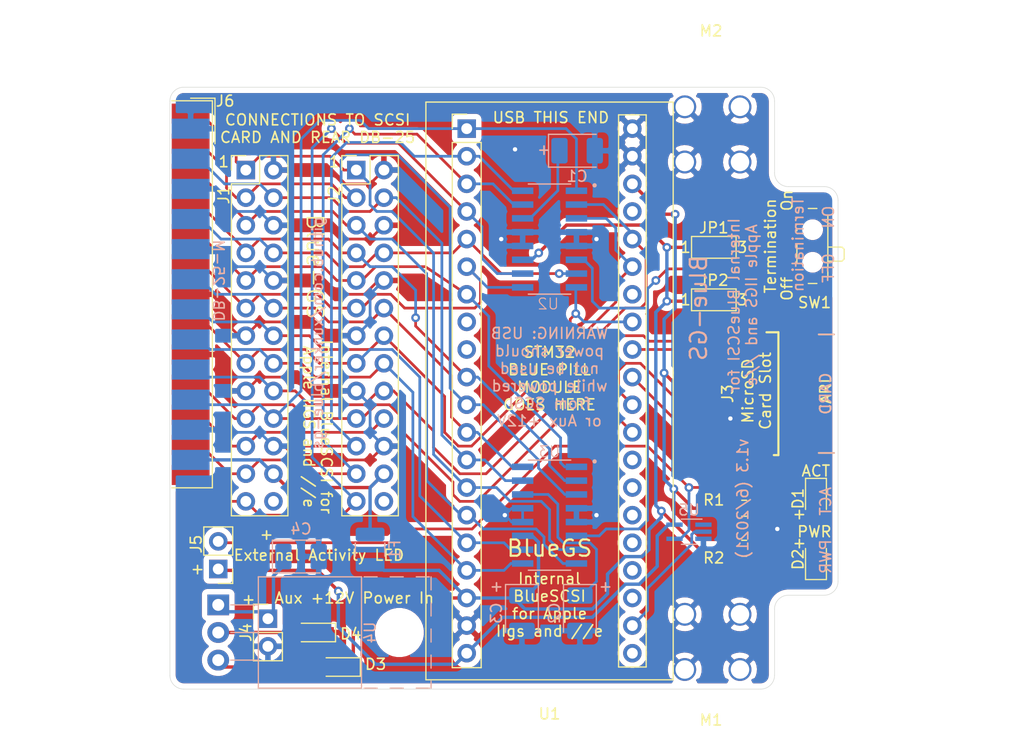
<source format=kicad_pcb>
(kicad_pcb (version 20171130) (host pcbnew "(5.1.8-0-10_14)")
  (layers (0 F.Cu signal) (31 B.Cu signal) (34 B.Paste user) (35 F.Paste user) (36 B.SilkS user) (37 F.SilkS user) (38 B.Mask user) (39 F.Mask user) (44 Edge.Cuts user))
  (net 0 "")
  (net 1 "Net-(U1-Pad37)")
  (net 2 "Net-(U1-Pad34)")
  (net 3 "Net-(U1-Pad8)")
  (net 4 "Net-(U1-Pad9)")
  (net 5 "Net-(U1-Pad28)")
  (net 6 "Net-(U1-Pad25)")
  (net 7 "Net-(U1-Pad24)")
  (net 8 "Net-(U1-Pad23)")
  (net 9 "Net-(U1-Pad21)")
  (net 10 "Net-(J1-Pad26)")
  (net 11 "Net-(J2-Pad26)")
  (net 12 +5V)
  (net 13 GND)
  (net 14 /SCSI_DB4)
  (net 15 /SCSI_DB2)
  (net 16 /SCSI_DB1)
  (net 17 /SCSI_DBP)
  (net 18 /SCSI_SEL)
  (net 19 /SCSI_ATN)
  (net 20 /SCSI_C_D)
  (net 21 /SCSI_DB7)
  (net 22 /SCSI_DB6)
  (net 23 /SCSI_DB5)
  (net 24 /SCSI_DB3)
  (net 25 /SCSI_DB0)
  (net 26 /SCSI_BSY)
  (net 27 /SCSI_ACK)
  (net 28 /SCSI_RST)
  (net 29 /SCSI_I_O)
  (net 30 /SCSI_MSG)
  (net 31 /SCSI_REQ)
  (net 32 /SD_MISO)
  (net 33 /SD_CSK)
  (net 34 +3V3)
  (net 35 /SD_MOSI)
  (net 36 /SD_CS)
  (net 37 "Net-(J3-Pad8)")
  (net 38 "Net-(J3-Pad1)")
  (net 39 "Net-(D2-Pad2)")
  (net 40 "Net-(C1-Pad1)")
  (net 41 "Net-(C2-Pad1)")
  (net 42 /TERM_DISC)
  (net 43 "Net-(D1-Pad1)")
  (net 44 /DEBUG_RX)
  (net 45 /DEBUG_TX)
  (net 46 "Net-(D4-Pad2)")
  (net 47 /+12V_AUX)
  (net 48 /TERM_EN)
  (net 49 /TERM_DIS)
  (net 50 /DISK_ACT)
  (net 51 /REG_OUT)
  (net 52 /SCSI_TERMPWR)
  (net 53 "Net-(D1-Pad2)")
  (net 54 "Net-(U5-Pad1)")
  (module Connector_Dsub:DSUB-25_Male_EdgeMount_P2.77mm (layer F.Cu) (at 127 66.04 270)
    (fp_text reference J6 (at -17.78 -3.175 180) (layer F.SilkS))
    (fp_text value DB25_Male)
    (pad 1 smd rect (at -16.62 0 270) (size 1.846667 3.48) (layers F.Cu F.Paste F.Mask) (net 31 /SCSI_REQ))
    (pad 2 smd rect (at -13.85 0 270) (size 1.846667 3.48) (layers F.Cu F.Paste F.Mask) (net 30 /SCSI_MSG))
    (pad 3 smd rect (at -11.08 0 270) (size 1.846667 3.48) (layers F.Cu F.Paste F.Mask) (net 29 /SCSI_I_O))
    (pad 4 smd rect (at -8.31 0 270) (size 1.846667 3.48) (layers F.Cu F.Paste F.Mask) (net 28 /SCSI_RST))
    (pad 5 smd rect (at -5.54 0 270) (size 1.846667 3.48) (layers F.Cu F.Paste F.Mask) (net 27 /SCSI_ACK))
    (pad 6 smd rect (at -2.77 0 270) (size 1.846667 3.48) (layers F.Cu F.Paste F.Mask) (net 26 /SCSI_BSY))
    (pad 7 smd rect (at 0 0 270) (size 1.846667 3.48) (layers F.Cu F.Paste F.Mask) (net 13 GND))
    (pad 8 smd rect (at 2.77 0 270) (size 1.846667 3.48) (layers F.Cu F.Paste F.Mask) (net 25 /SCSI_DB0))
    (pad 9 smd rect (at 5.54 0 270) (size 1.846667 3.48) (layers F.Cu F.Paste F.Mask) (net 13 GND))
    (pad 10 smd rect (at 8.31 0 270) (size 1.846667 3.48) (layers F.Cu F.Paste F.Mask) (net 24 /SCSI_DB3))
    (pad 11 smd rect (at 11.08 0 270) (size 1.846667 3.48) (layers F.Cu F.Paste F.Mask) (net 23 /SCSI_DB5))
    (pad 12 smd rect (at 13.85 0 270) (size 1.846667 3.48) (layers F.Cu F.Paste F.Mask) (net 22 /SCSI_DB6))
    (pad 13 smd rect (at 16.62 0 270) (size 1.846667 3.48) (layers F.Cu F.Paste F.Mask) (net 21 /SCSI_DB7))
    (pad 14 smd rect (at -15.235 0 270) (size 1.846667 3.48) (layers B.Cu B.Paste B.Mask) (net 13 GND))
    (pad 15 smd rect (at -12.465 0 270) (size 1.846667 3.48) (layers B.Cu B.Paste B.Mask) (net 20 /SCSI_C_D))
    (pad 16 smd rect (at -9.695 0 270) (size 1.846667 3.48) (layers B.Cu B.Paste B.Mask) (net 13 GND))
    (pad 17 smd rect (at -6.925 0 270) (size 1.846667 3.48) (layers B.Cu B.Paste B.Mask) (net 19 /SCSI_ATN))
    (pad 18 smd rect (at -4.155 0 270) (size 1.846667 3.48) (layers B.Cu B.Paste B.Mask) (net 13 GND))
    (pad 19 smd rect (at -1.385 0 270) (size 1.846667 3.48) (layers B.Cu B.Paste B.Mask) (net 18 /SCSI_SEL))
    (pad 20 smd rect (at 1.385 0 270) (size 1.846667 3.48) (layers B.Cu B.Paste B.Mask) (net 17 /SCSI_DBP))
    (pad 21 smd rect (at 4.155 0 270) (size 1.846667 3.48) (layers B.Cu B.Paste B.Mask) (net 16 /SCSI_DB1))
    (pad 22 smd rect (at 6.925 0 270) (size 1.846667 3.48) (layers B.Cu B.Paste B.Mask) (net 15 /SCSI_DB2))
    (pad 23 smd rect (at 9.695 0 270) (size 1.846667 3.48) (layers B.Cu B.Paste B.Mask) (net 14 /SCSI_DB4))
    (pad 24 smd rect (at 12.465 0 270) (size 1.846667 3.48) (layers B.Cu B.Paste B.Mask) (net 13 GND))
    (pad 25 smd rect (at 15.235 0 270) (size 1.846667 3.48) (layers B.Cu B.Paste B.Mask) (net 52 /SCSI_TERMPWR))
  )
  (module Package_TO_SOT_SMD:SOT-353_SC-70-5_Handsoldering (layer B.Cu) (at 172.847 87.884 180)
    (fp_text reference U5 (at 0 2) (layer B.SilkS) (effects (justify mirror)))
    (fp_text value NL17SZ07DFT2G)
    (pad 5 smd rect (at 1.33 0.65 180) (size 1.5 0.4) (layers B.Cu B.Paste B.Mask) (net 34 +3V3))
    (pad 4 smd rect (at 1.33 -0.65 180) (size 1.5 0.4) (layers B.Cu B.Paste B.Mask) (net 43 "Net-(D1-Pad1)"))
    (pad 3 smd rect (at -1.33 -0.65 180) (size 1.5 0.4) (layers B.Cu B.Paste B.Mask) (net 13 GND))
    (pad 2 smd rect (at -1.33 0 180) (size 1.5 0.4) (layers B.Cu B.Paste B.Mask) (net 50 /DISK_ACT))
    (pad 1 smd rect (at -1.33 0.65 180) (size 1.5 0.4) (layers B.Cu B.Paste B.Mask) (net 54 "Net-(U5-Pad1)"))
  )
  (module Package_TO_SOT_THT:TO-220-3_Horizontal_TabUp (layer B.Cu) (at 129.54 94.615 270)
    (fp_text reference U4 (at 2.54 -13.97 90) (layer B.SilkS) (effects (justify mirror)))
    (fp_text value MC7805CT-BP)
    (pad 3 thru_hole oval (at 5.08 0 270) (size 1.905 2) (drill 1.1) (layers *.Cu *.Mask) (net 51 /REG_OUT))
    (pad 2 thru_hole oval (at 2.54 0 270) (size 1.905 2) (drill 1.1) (layers *.Cu *.Mask) (net 46 "Net-(D4-Pad2)"))
    (pad 1 thru_hole rect (at 0 0 270) (size 1.905 2) (drill 1.1) (layers *.Cu *.Mask) (net 47 /+12V_AUX))
    (pad "" np_thru_hole oval (at 2.54 -16.66 270) (size 3.5 3.5) (drill 3.5) (layers *.Cu *.Mask))
  )
  (module "my library:keystone-7774" (layer F.Cu) (at 180.721 53.871 180)
    (fp_text reference M2 (at 5.842 12.065) (layer F.SilkS))
    (fp_text value Screw_Terminal_01x01)
    (pad 1 thru_hole circle (at 8.26 5.08 180) (size 2.1 2.1) (drill 1.7) (layers *.Cu *.Mask) (net 13 GND))
    (pad 1 thru_hole circle (at 3.18 5.08 180) (size 2.1 2.1) (drill 1.7) (layers *.Cu *.Mask) (net 13 GND))
    (pad 1 thru_hole circle (at 8.26 0 180) (size 2.1 2.1) (drill 1.7) (layers *.Cu *.Mask) (net 13 GND))
    (pad 1 thru_hole circle (at 3.18 0 180) (size 2.1 2.1) (drill 1.7) (layers *.Cu *.Mask) (net 13 GND))
  )
  (module "my library:keystone-7774" (layer F.Cu) (at 180.721 100.561 180)
    (fp_text reference M1 (at 5.842 -4.649) (layer F.SilkS))
    (fp_text value Screw_Terminal_01x01)
    (pad 1 thru_hole circle (at 8.26 5.08 180) (size 2.1 2.1) (drill 1.7) (layers *.Cu *.Mask) (net 13 GND))
    (pad 1 thru_hole circle (at 3.18 5.08 180) (size 2.1 2.1) (drill 1.7) (layers *.Cu *.Mask) (net 13 GND))
    (pad 1 thru_hole circle (at 8.26 0 180) (size 2.1 2.1) (drill 1.7) (layers *.Cu *.Mask) (net 13 GND))
    (pad 1 thru_hole circle (at 3.18 0 180) (size 2.1 2.1) (drill 1.7) (layers *.Cu *.Mask) (net 13 GND))
  )
  (module Connector_PinHeader_2.54mm:PinHeader_1x02_P2.54mm_Vertical (layer F.Cu) (at 129.54 91.313 180)
    (fp_text reference J5 (at 2.032 2.286 270) (layer F.SilkS))
    (fp_text value Conn_01x02_Male)
    (pad 2 thru_hole oval (at 0 2.54 180) (size 1.7 1.7) (drill 1) (layers *.Cu *.Mask) (net 43 "Net-(D1-Pad1)"))
    (pad 1 thru_hole rect (at 0 0 180) (size 1.7 1.7) (drill 1) (layers *.Cu *.Mask) (net 34 +3V3))
  )
  (module Fuse:Fuse_1210_3225Metric (layer B.Cu) (at 143.51 89.535 90)
    (fp_text reference F1 (at 0 2.28 270) (layer B.SilkS) (effects (justify mirror)))
    (fp_text value Fuse)
    (pad 2 smd roundrect (at 1.4 0 90) (size 1.25 2.65) (layers B.Cu B.Paste B.Mask) (roundrect_rratio 0.2) (net 52 /SCSI_TERMPWR))
    (pad 1 smd roundrect (at -1.4 0 90) (size 1.25 2.65) (layers B.Cu B.Paste B.Mask) (roundrect_rratio 0.2) (net 12 +5V))
  )
  (module Jumper:SolderJumper-3_P1.3mm_Open_Pad1.0x1.5mm_NumberLabels (layer F.Cu) (at 175.133 66.548)
    (fp_text reference JP2 (at 0 -1.8) (layer F.SilkS))
    (fp_text value Jumper_3_Open)
    (fp_text user 1 (at -2.6 0) (layer F.SilkS))
    (fp_text user 3 (at 2.6 0) (layer F.SilkS))
    (pad 1 smd rect (at -1.3 0) (size 1 1.5) (layers F.Cu F.Mask) (net 12 +5V))
    (pad 2 smd rect (at 0 0) (size 1 1.5) (layers F.Cu F.Mask) (net 49 /TERM_DIS))
    (pad 3 smd rect (at 1.3 0) (size 1 1.5) (layers F.Cu F.Mask) (net 13 GND))
  )
  (module Jumper:SolderJumper-3_P1.3mm_Open_Pad1.0x1.5mm_NumberLabels (layer F.Cu) (at 175.133 61.722)
    (fp_text reference JP1 (at 0 -1.8) (layer F.SilkS))
    (fp_text value Jumper_3_Open)
    (fp_text user 1 (at -2.6 0) (layer F.SilkS))
    (fp_text user 3 (at 2.6 0) (layer F.SilkS))
    (pad 1 smd rect (at -1.3 0) (size 1 1.5) (layers F.Cu F.Mask) (net 12 +5V))
    (pad 2 smd rect (at 0 0) (size 1 1.5) (layers F.Cu F.Mask) (net 48 /TERM_EN))
    (pad 3 smd rect (at 1.3 0) (size 1 1.5) (layers F.Cu F.Mask) (net 13 GND))
  )
  (module "Molex 105162-0001:105162-0001" (layer F.Cu) (at 174.625 75.184 90)
    (fp_text reference J3 (at 0 1.778 90) (layer F.SilkS))
    (fp_text value 105162-0001)
    (pad 1 smd rect (at 3.55 7.34 90) (size 0.5 1) (layers F.Cu F.Paste F.Mask) (net 38 "Net-(J3-Pad1)"))
    (pad 2 smd rect (at 2.45 7.34 90) (size 0.5 1) (layers F.Cu F.Paste F.Mask) (net 36 /SD_CS))
    (pad 3 smd rect (at 1.35 7.34 90) (size 0.5 1) (layers F.Cu F.Paste F.Mask) (net 35 /SD_MOSI))
    (pad 4 smd rect (at 0.25 7.34 90) (size 0.5 1) (layers F.Cu F.Paste F.Mask) (net 34 +3V3))
    (pad 5 smd rect (at -0.85 7.34 90) (size 0.5 1) (layers F.Cu F.Paste F.Mask) (net 33 /SD_CSK))
    (pad 6 smd rect (at -1.95 7.34 90) (size 0.5 1) (layers F.Cu F.Paste F.Mask) (net 13 GND))
    (pad 7 smd rect (at -3.05 7.34 90) (size 0.5 1) (layers F.Cu F.Paste F.Mask) (net 32 /SD_MISO))
    (pad 8 smd rect (at -4.15 7.34 90) (size 0.5 1) (layers F.Cu F.Paste F.Mask) (net 37 "Net-(J3-Pad8)"))
    (pad 9 smd rect (at 5.31 4.66 90) (size 0.72 0.78) (layers F.Cu F.Paste F.Mask) (net 13 GND))
    (pad 10 smd rect (at 5.325 3.39 90) (size 1.05 1.08) (layers F.Cu F.Paste F.Mask) (net 13 GND))
    (pad 11 smd rect (at 5.325 0.78 90) (size 1.05 1.2) (layers F.Cu F.Paste F.Mask) (net 13 GND))
    (pad 12 smd rect (at -5.325 1.35 90) (size 1.05 1.2) (layers F.Cu F.Paste F.Mask) (net 13 GND))
    (pad 13 smd rect (at -5.325 4.535 90) (size 1.05 2.39) (layers F.Cu F.Paste F.Mask) (net 13 GND))
    (pad 14 smd rect (at 1.986 0.105 90) (size 2.91 0.55) (layers F.Cu F.Paste F.Mask))
    (pad 15 smd rect (at -2.204 0.105 90) (size 2.91 0.55) (layers F.Cu F.Paste F.Mask))
  )
  (module Diode_SMD:D_SOD-323_HandSoldering (layer F.Cu) (at 138.43 97.155 180)
    (fp_text reference D4 (at -3.302 -0.127) (layer F.SilkS))
    (fp_text value 1N4001)
    (pad 2 smd rect (at 1.25 0 180) (size 1 1) (layers F.Cu F.Paste F.Mask) (net 46 "Net-(D4-Pad2)"))
    (pad 1 smd rect (at -1.25 0 180) (size 1 1) (layers F.Cu F.Paste F.Mask) (net 13 GND))
  )
  (module Diode_SMD:D_SOD-323_HandSoldering (layer F.Cu) (at 140.716 100.33 180)
    (fp_text reference D3 (at -3.302 0.254) (layer F.SilkS))
    (fp_text value 1N4001)
    (pad 2 smd rect (at 1.25 0 180) (size 1 1) (layers F.Cu F.Paste F.Mask) (net 51 /REG_OUT))
    (pad 1 smd rect (at -1.25 0 180) (size 1 1) (layers F.Cu F.Paste F.Mask) (net 12 +5V))
  )
  (module Connector_PinHeader_2.54mm:PinHeader_1x02_P2.54mm_Vertical (layer F.Cu) (at 134.112 95.885)
    (fp_text reference J4 (at -2.032 1.27 270) (layer F.SilkS))
    (fp_text value Conn_01x02_Male)
    (pad 2 thru_hole oval (at 0 2.54) (size 1.7 1.7) (drill 1) (layers *.Cu *.Mask) (net 13 GND))
    (pad 1 thru_hole rect (at 0 0) (size 1.7 1.7) (drill 1) (layers *.Cu *.Mask) (net 47 /+12V_AUX))
  )
  (module Capacitor_Tantalum_SMD:CP_EIA-3528-21_Kemet-B_Pad1.50x2.35mm_HandSolder (layer B.Cu) (at 137.16 90.17)
    (fp_text reference C4 (at 0 -2.54 180) (layer B.SilkS) (effects (justify mirror)))
    (fp_text value 10uF)
    (pad 2 smd roundrect (at 1.625 0) (size 1.5 2.35) (layers B.Cu B.Paste B.Mask) (roundrect_rratio 0.1666666666666667) (net 13 GND))
    (pad 1 smd roundrect (at -1.625 0) (size 1.5 2.35) (layers B.Cu B.Paste B.Mask) (roundrect_rratio 0.1666666666666667) (net 47 /+12V_AUX))
  )
  (module Button_Switch_SMD:SW_SPDT_PCM12 (layer F.Cu) (at 183.896 61.595 90)
    (fp_text reference SW1 (at -5.207 0.508) (layer F.SilkS))
    (fp_text value SW_SPDT)
    (pad "" np_thru_hole circle (at -1.5 0.33 90) (size 0.9 0.9) (drill 0.9) (layers *.Cu *.Mask))
    (pad "" np_thru_hole circle (at 1.5 0.33 90) (size 0.9 0.9) (drill 0.9) (layers *.Cu *.Mask))
    (pad 1 smd rect (at -2.25 -1.43 90) (size 0.7 1.5) (layers F.Cu F.Paste F.Mask) (net 49 /TERM_DIS))
    (pad 2 smd rect (at 0.75 -1.43 90) (size 0.7 1.5) (layers F.Cu F.Paste F.Mask) (net 42 /TERM_DISC))
    (pad 3 smd rect (at 2.25 -1.43 90) (size 0.7 1.5) (layers F.Cu F.Paste F.Mask) (net 48 /TERM_EN))
    (pad "" smd rect (at -3.65 1.43 90) (size 1 0.8) (layers F.Cu F.Paste F.Mask))
    (pad "" smd rect (at 3.65 1.43 90) (size 1 0.8) (layers F.Cu F.Paste F.Mask))
    (pad "" smd rect (at 3.65 -0.78 90) (size 1 0.8) (layers F.Cu F.Paste F.Mask))
    (pad "" smd rect (at -3.65 -0.78 90) (size 1 0.8) (layers F.Cu F.Paste F.Mask))
  )
  (module Capacitor_Tantalum_SMD:CP_EIA-3528-21_Kemet-B_Pad1.50x2.35mm_HandSolder (layer B.Cu) (at 157.48 95.377 270)
    (fp_text reference C3 (at 0 2.35 90) (layer B.SilkS) (effects (justify mirror)))
    (fp_text value "4.7uF, 6.3v")
    (pad 2 smd roundrect (at 1.625 0 270) (size 1.5 2.35) (layers B.Cu B.Paste B.Mask) (roundrect_rratio 0.1666666666666667) (net 13 GND))
    (pad 1 smd roundrect (at -1.625 0 270) (size 1.5 2.35) (layers B.Cu B.Paste B.Mask) (roundrect_rratio 0.1666666666666667) (net 12 +5V))
  )
  (module Capacitor_Tantalum_SMD:CP_EIA-3528-21_Kemet-B_Pad1.50x2.35mm_HandSolder (layer B.Cu) (at 162.814 95.377 270)
    (fp_text reference C2 (at 0 2.35 90) (layer B.SilkS) (effects (justify mirror)))
    (fp_text value "4.7uF, 6.3v")
    (pad 2 smd roundrect (at 1.625 0 270) (size 1.5 2.35) (layers B.Cu B.Paste B.Mask) (roundrect_rratio 0.1666666666666667) (net 13 GND))
    (pad 1 smd roundrect (at -1.625 0 270) (size 1.5 2.35) (layers B.Cu B.Paste B.Mask) (roundrect_rratio 0.1666666666666667) (net 41 "Net-(C2-Pad1)"))
  )
  (module Capacitor_Tantalum_SMD:CP_EIA-3528-21_Kemet-B_Pad1.50x2.35mm_HandSolder (layer B.Cu) (at 162.56 52.832)
    (fp_text reference C1 (at 0 2.35) (layer B.SilkS) (effects (justify mirror)))
    (fp_text value "4.7uF, 6.3v")
    (pad 1 smd roundrect (at -1.625 0) (size 1.5 2.35) (layers B.Cu B.Paste B.Mask) (roundrect_rratio 0.1666666666666667) (net 40 "Net-(C1-Pad1)"))
    (pad 2 smd roundrect (at 1.625 0) (size 1.5 2.35) (layers B.Cu B.Paste B.Mask) (roundrect_rratio 0.1666666666666667) (net 13 GND))
  )
  (module LED_SMD:LED_0805_2012Metric_Pad1.15x1.40mm_HandSolder (layer F.Cu) (at 184.531 90.424 90)
    (fp_text reference D2 (at 0 -1.65 90) (layer F.SilkS))
    (fp_text value LED)
    (pad 2 smd roundrect (at 1.025 0 90) (size 1.15 1.4) (layers F.Cu F.Paste F.Mask) (roundrect_rratio 0.2173904347826087) (net 39 "Net-(D2-Pad2)"))
    (pad 1 smd roundrect (at -1.025 0 90) (size 1.15 1.4) (layers F.Cu F.Paste F.Mask) (roundrect_rratio 0.2173904347826087) (net 13 GND))
  )
  (module LED_SMD:LED_0805_2012Metric_Pad1.15x1.40mm_HandSolder (layer F.Cu) (at 184.531 84.836 270)
    (fp_text reference D1 (at 0 1.651 90) (layer F.SilkS))
    (fp_text value LED)
    (pad 2 smd roundrect (at 1.025 0 270) (size 1.15 1.4) (layers F.Cu F.Paste F.Mask) (roundrect_rratio 0.2173904347826087) (net 53 "Net-(D1-Pad2)"))
    (pad 1 smd roundrect (at -1.025 0 270) (size 1.15 1.4) (layers F.Cu F.Paste F.Mask) (roundrect_rratio 0.2173904347826087) (net 43 "Net-(D1-Pad1)"))
  )
  (module Resistor_SMD:R_0805_2012Metric_Pad1.20x1.40mm_HandSolder (layer F.Cu) (at 177.927 89.408 180)
    (fp_text reference R2 (at 2.794 -0.889) (layer F.SilkS))
    (fp_text value 1K)
    (pad 2 smd roundrect (at 1 0 180) (size 1.2 1.4) (layers F.Cu F.Paste F.Mask) (roundrect_rratio 0.2083325) (net 12 +5V))
    (pad 1 smd roundrect (at -1 0 180) (size 1.2 1.4) (layers F.Cu F.Paste F.Mask) (roundrect_rratio 0.2083325) (net 39 "Net-(D2-Pad2)"))
  )
  (module Resistor_SMD:R_0805_2012Metric_Pad1.20x1.40mm_HandSolder (layer F.Cu) (at 177.927 85.725)
    (fp_text reference R1 (at -2.794 -0.762) (layer F.SilkS))
    (fp_text value 470)
    (pad 2 smd roundrect (at 1 0) (size 1.2 1.4) (layers F.Cu F.Paste F.Mask) (roundrect_rratio 0.2083325) (net 53 "Net-(D1-Pad2)"))
    (pad 1 smd roundrect (at -1 0) (size 1.2 1.4) (layers F.Cu F.Paste F.Mask) (roundrect_rratio 0.2083325) (net 34 +3V3))
  )
  (module Connector_PinHeader_2.54mm:PinHeader_2x13_P2.54mm_Vertical (layer F.Cu) (at 142.24 54.61)
    (fp_text reference J2 (at -2.032 2.286 90) (layer F.SilkS))
    (fp_text value Conn_02x13_Odd_Even)
    (pad 26 thru_hole oval (at 2.54 30.48) (size 1.7 1.7) (drill 1) (layers *.Cu *.Mask) (net 11 "Net-(J2-Pad26)"))
    (pad 25 thru_hole oval (at 0 30.48) (size 1.7 1.7) (drill 1) (layers *.Cu *.Mask) (net 21 /SCSI_DB7))
    (pad 24 thru_hole oval (at 2.54 27.94) (size 1.7 1.7) (drill 1) (layers *.Cu *.Mask) (net 52 /SCSI_TERMPWR))
    (pad 23 thru_hole oval (at 0 27.94) (size 1.7 1.7) (drill 1) (layers *.Cu *.Mask) (net 22 /SCSI_DB6))
    (pad 22 thru_hole oval (at 2.54 25.4) (size 1.7 1.7) (drill 1) (layers *.Cu *.Mask) (net 13 GND))
    (pad 21 thru_hole oval (at 0 25.4) (size 1.7 1.7) (drill 1) (layers *.Cu *.Mask) (net 23 /SCSI_DB5))
    (pad 20 thru_hole oval (at 2.54 22.86) (size 1.7 1.7) (drill 1) (layers *.Cu *.Mask) (net 14 /SCSI_DB4))
    (pad 19 thru_hole oval (at 0 22.86) (size 1.7 1.7) (drill 1) (layers *.Cu *.Mask) (net 24 /SCSI_DB3))
    (pad 18 thru_hole oval (at 2.54 20.32) (size 1.7 1.7) (drill 1) (layers *.Cu *.Mask) (net 15 /SCSI_DB2))
    (pad 17 thru_hole oval (at 0 20.32) (size 1.7 1.7) (drill 1) (layers *.Cu *.Mask) (net 13 GND))
    (pad 16 thru_hole oval (at 2.54 17.78) (size 1.7 1.7) (drill 1) (layers *.Cu *.Mask) (net 16 /SCSI_DB1))
    (pad 15 thru_hole oval (at 0 17.78) (size 1.7 1.7) (drill 1) (layers *.Cu *.Mask) (net 25 /SCSI_DB0))
    (pad 14 thru_hole oval (at 2.54 15.24) (size 1.7 1.7) (drill 1) (layers *.Cu *.Mask) (net 17 /SCSI_DBP))
    (pad 13 thru_hole oval (at 0 15.24) (size 1.7 1.7) (drill 1) (layers *.Cu *.Mask) (net 13 GND))
    (pad 12 thru_hole oval (at 2.54 12.7) (size 1.7 1.7) (drill 1) (layers *.Cu *.Mask) (net 18 /SCSI_SEL))
    (pad 11 thru_hole oval (at 0 12.7) (size 1.7 1.7) (drill 1) (layers *.Cu *.Mask) (net 26 /SCSI_BSY))
    (pad 10 thru_hole oval (at 2.54 10.16) (size 1.7 1.7) (drill 1) (layers *.Cu *.Mask) (net 13 GND))
    (pad 9 thru_hole oval (at 0 10.16) (size 1.7 1.7) (drill 1) (layers *.Cu *.Mask) (net 27 /SCSI_ACK))
    (pad 8 thru_hole oval (at 2.54 7.62) (size 1.7 1.7) (drill 1) (layers *.Cu *.Mask) (net 19 /SCSI_ATN))
    (pad 7 thru_hole oval (at 0 7.62) (size 1.7 1.7) (drill 1) (layers *.Cu *.Mask) (net 28 /SCSI_RST))
    (pad 6 thru_hole oval (at 2.54 5.08) (size 1.7 1.7) (drill 1) (layers *.Cu *.Mask) (net 13 GND))
    (pad 5 thru_hole oval (at 0 5.08) (size 1.7 1.7) (drill 1) (layers *.Cu *.Mask) (net 29 /SCSI_I_O))
    (pad 4 thru_hole oval (at 2.54 2.54) (size 1.7 1.7) (drill 1) (layers *.Cu *.Mask) (net 20 /SCSI_C_D))
    (pad 3 thru_hole oval (at 0 2.54) (size 1.7 1.7) (drill 1) (layers *.Cu *.Mask) (net 30 /SCSI_MSG))
    (pad 2 thru_hole oval (at 2.54 0) (size 1.7 1.7) (drill 1) (layers *.Cu *.Mask) (net 13 GND))
    (pad 1 thru_hole rect (at 0 0) (size 1.7 1.7) (drill 1) (layers *.Cu *.Mask) (net 31 /SCSI_REQ))
  )
  (module "my library:YAAJ_BluePill_2" (layer F.Cu) (at 152.4 50.8)
    (fp_text reference U1 (at 7.62 53.848) (layer F.SilkS))
    (fp_text value YAAJ_BluePill hide)
    (pad 40 thru_hole circle (at 15.24 0) (size 1.7 1.7) (drill 1) (layers *.Cu *.Mask) (net 13 GND))
    (pad 1 thru_hole rect (at 0 0) (size 1.7 1.7) (drill 1) (layers *.Cu *.Mask) (net 14 /SCSI_DB4))
    (pad 39 thru_hole circle (at 15.24 2.54) (size 1.7 1.7) (drill 1) (layers *.Cu *.Mask) (net 13 GND))
    (pad 2 thru_hole circle (at 0 2.54) (size 1.7 1.7) (drill 1) (layers *.Cu *.Mask) (net 23 /SCSI_DB5))
    (pad 38 thru_hole circle (at 15.24 5.08) (size 1.7 1.7) (drill 1) (layers *.Cu *.Mask) (net 34 +3V3))
    (pad 3 thru_hole circle (at 0 5.08) (size 1.7 1.7) (drill 1) (layers *.Cu *.Mask) (net 22 /SCSI_DB6))
    (pad 37 thru_hole circle (at 15.24 7.62) (size 1.7 1.7) (drill 1) (layers *.Cu *.Mask) (net 1 "Net-(U1-Pad37)"))
    (pad 4 thru_hole circle (at 0 7.62) (size 1.7 1.7) (drill 1) (layers *.Cu *.Mask) (net 21 /SCSI_DB7))
    (pad 36 thru_hole circle (at 15.24 10.16) (size 1.7 1.7) (drill 1) (layers *.Cu *.Mask) (net 24 /SCSI_DB3))
    (pad 5 thru_hole circle (at 0 10.16) (size 1.7 1.7) (drill 1) (layers *.Cu *.Mask) (net 19 /SCSI_ATN))
    (pad 35 thru_hole circle (at 15.24 12.7) (size 1.7 1.7) (drill 1) (layers *.Cu *.Mask) (net 15 /SCSI_DB2))
    (pad 6 thru_hole circle (at 0 12.7) (size 1.7 1.7) (drill 1) (layers *.Cu *.Mask) (net 26 /SCSI_BSY))
    (pad 34 thru_hole circle (at 15.24 15.24) (size 1.7 1.7) (drill 1) (layers *.Cu *.Mask) (net 2 "Net-(U1-Pad34)"))
    (pad 7 thru_hole circle (at 0 15.24) (size 1.7 1.7) (drill 1) (layers *.Cu *.Mask) (net 27 /SCSI_ACK))
    (pad 33 thru_hole circle (at 15.24 17.78) (size 1.7 1.7) (drill 1) (layers *.Cu *.Mask) (net 17 /SCSI_DBP))
    (pad 8 thru_hole circle (at 0 17.78) (size 1.7 1.7) (drill 1) (layers *.Cu *.Mask) (net 3 "Net-(U1-Pad8)"))
    (pad 32 thru_hole circle (at 15.24 20.32) (size 1.7 1.7) (drill 1) (layers *.Cu *.Mask) (net 35 /SD_MOSI))
    (pad 9 thru_hole circle (at 0 20.32) (size 1.7 1.7) (drill 1) (layers *.Cu *.Mask) (net 4 "Net-(U1-Pad9)"))
    (pad 31 thru_hole circle (at 15.24 22.86) (size 1.7 1.7) (drill 1) (layers *.Cu *.Mask) (net 32 /SD_MISO))
    (pad 10 thru_hole circle (at 0 22.86) (size 1.7 1.7) (drill 1) (layers *.Cu *.Mask) (net 28 /SCSI_RST))
    (pad 30 thru_hole circle (at 15.24 25.4) (size 1.7 1.7) (drill 1) (layers *.Cu *.Mask) (net 33 /SD_CSK))
    (pad 11 thru_hole circle (at 0 25.4) (size 1.7 1.7) (drill 1) (layers *.Cu *.Mask) (net 30 /SCSI_MSG))
    (pad 29 thru_hole circle (at 15.24 27.94) (size 1.7 1.7) (drill 1) (layers *.Cu *.Mask) (net 36 /SD_CS))
    (pad 12 thru_hole circle (at 0 27.94) (size 1.7 1.7) (drill 1) (layers *.Cu *.Mask) (net 18 /SCSI_SEL))
    (pad 28 thru_hole circle (at 15.24 30.48) (size 1.7 1.7) (drill 1) (layers *.Cu *.Mask) (net 5 "Net-(U1-Pad28)"))
    (pad 13 thru_hole circle (at 0 30.48) (size 1.7 1.7) (drill 1) (layers *.Cu *.Mask) (net 20 /SCSI_C_D))
    (pad 27 thru_hole circle (at 15.24 33.02) (size 1.7 1.7) (drill 1) (layers *.Cu *.Mask) (net 44 /DEBUG_RX))
    (pad 14 thru_hole circle (at 0 33.02) (size 1.7 1.7) (drill 1) (layers *.Cu *.Mask) (net 31 /SCSI_REQ))
    (pad 26 thru_hole circle (at 15.24 35.56) (size 1.7 1.7) (drill 1) (layers *.Cu *.Mask) (net 45 /DEBUG_TX))
    (pad 15 thru_hole circle (at 0 35.56) (size 1.7 1.7) (drill 1) (layers *.Cu *.Mask) (net 29 /SCSI_I_O))
    (pad 25 thru_hole circle (at 15.24 38.1) (size 1.7 1.7) (drill 1) (layers *.Cu *.Mask) (net 6 "Net-(U1-Pad25)"))
    (pad 16 thru_hole circle (at 0 38.1) (size 1.7 1.7) (drill 1) (layers *.Cu *.Mask) (net 25 /SCSI_DB0))
    (pad 24 thru_hole circle (at 15.24 40.64) (size 1.7 1.7) (drill 1) (layers *.Cu *.Mask) (net 7 "Net-(U1-Pad24)"))
    (pad 17 thru_hole circle (at 0 40.64) (size 1.7 1.7) (drill 1) (layers *.Cu *.Mask) (net 16 /SCSI_DB1))
    (pad 23 thru_hole circle (at 15.24 43.18) (size 1.7 1.7) (drill 1) (layers *.Cu *.Mask) (net 8 "Net-(U1-Pad23)"))
    (pad 18 thru_hole circle (at 0 43.18) (size 1.7 1.7) (drill 1) (layers *.Cu *.Mask) (net 12 +5V))
    (pad 22 thru_hole circle (at 15.24 45.72) (size 1.7 1.7) (drill 1) (layers *.Cu *.Mask) (net 50 /DISK_ACT))
    (pad 19 thru_hole circle (at 0 45.72) (size 1.7 1.7) (drill 1) (layers *.Cu *.Mask) (net 13 GND))
    (pad 21 thru_hole circle (at 15.24 48.26) (size 1.7 1.7) (drill 1) (layers *.Cu *.Mask) (net 9 "Net-(U1-Pad21)"))
    (pad 20 thru_hole circle (at 0 48.26) (size 1.7 1.7) (drill 1) (layers *.Cu *.Mask) (net 34 +3V3))
  )
  (module "my library:SOIC127P600X175-16N" (layer B.Cu) (at 160.02 86.36 180)
    (fp_text reference U3 (at 0 5.842) (layer B.SilkS) (effects (font (thickness 0.1)) (justify mirror)))
    (fp_text value "UC560x, UCC56xx")
    (pad 1 smd rect (at -2.475 4.445 180) (size 1.97 0.6) (layers B.Cu B.Paste B.Mask) (net 27 /SCSI_ACK))
    (pad 2 smd rect (at -2.475 3.175 180) (size 1.97 0.6) (layers B.Cu B.Paste B.Mask) (net 28 /SCSI_RST))
    (pad 3 smd rect (at -2.475 1.905 180) (size 1.97 0.6) (layers B.Cu B.Paste B.Mask) (net 30 /SCSI_MSG))
    (pad 4 smd rect (at -2.475 0.635 180) (size 1.97 0.6) (layers B.Cu B.Paste B.Mask) (net 13 GND))
    (pad 5 smd rect (at -2.475 -0.635 180) (size 1.97 0.6) (layers B.Cu B.Paste B.Mask) (net 13 GND))
    (pad 6 smd rect (at -2.475 -1.905 180) (size 1.97 0.6) (layers B.Cu B.Paste B.Mask) (net 42 /TERM_DISC))
    (pad 7 smd rect (at -2.475 -3.175 180) (size 1.97 0.6) (layers B.Cu B.Paste B.Mask) (net 31 /SCSI_REQ))
    (pad 8 smd rect (at -2.475 -4.445 180) (size 1.97 0.6) (layers B.Cu B.Paste B.Mask) (net 29 /SCSI_I_O))
    (pad 9 smd rect (at 2.475 -4.445 180) (size 1.97 0.6) (layers B.Cu B.Paste B.Mask) (net 16 /SCSI_DB1))
    (pad 10 smd rect (at 2.475 -3.175 180) (size 1.97 0.6) (layers B.Cu B.Paste B.Mask) (net 25 /SCSI_DB0))
    (pad 11 smd rect (at 2.475 -1.905 180) (size 1.97 0.6) (layers B.Cu B.Paste B.Mask) (net 12 +5V))
    (pad 12 smd rect (at 2.475 -0.635 180) (size 1.97 0.6) (layers B.Cu B.Paste B.Mask) (net 13 GND))
    (pad 13 smd rect (at 2.475 0.635 180) (size 1.97 0.6) (layers B.Cu B.Paste B.Mask) (net 13 GND))
    (pad 14 smd rect (at 2.475 1.905 180) (size 1.97 0.6) (layers B.Cu B.Paste B.Mask) (net 41 "Net-(C2-Pad1)"))
    (pad 15 smd rect (at 2.475 3.175 180) (size 1.97 0.6) (layers B.Cu B.Paste B.Mask) (net 20 /SCSI_C_D))
    (pad 16 smd rect (at 2.475 4.445 180) (size 1.97 0.6) (layers B.Cu B.Paste B.Mask) (net 18 /SCSI_SEL))
  )
  (module "my library:SOIC127P600X175-16N" (layer B.Cu) (at 160.02 60.96 180)
    (fp_text reference U2 (at 0.127 -5.969) (layer B.SilkS) (effects (font (thickness 0.1)) (justify mirror)))
    (fp_text value "UC560x, UCC56xx")
    (pad 1 smd rect (at -2.475 4.445 180) (size 1.97 0.6) (layers B.Cu B.Paste B.Mask) (net 14 /SCSI_DB4))
    (pad 2 smd rect (at -2.475 3.175 180) (size 1.97 0.6) (layers B.Cu B.Paste B.Mask) (net 24 /SCSI_DB3))
    (pad 3 smd rect (at -2.475 1.905 180) (size 1.97 0.6) (layers B.Cu B.Paste B.Mask) (net 15 /SCSI_DB2))
    (pad 4 smd rect (at -2.475 0.635 180) (size 1.97 0.6) (layers B.Cu B.Paste B.Mask) (net 13 GND))
    (pad 5 smd rect (at -2.475 -0.635 180) (size 1.97 0.6) (layers B.Cu B.Paste B.Mask) (net 13 GND))
    (pad 6 smd rect (at -2.475 -1.905 180) (size 1.97 0.6) (layers B.Cu B.Paste B.Mask) (net 42 /TERM_DISC))
    (pad 7 smd rect (at -2.475 -3.175 180) (size 1.97 0.6) (layers B.Cu B.Paste B.Mask) (net 19 /SCSI_ATN))
    (pad 8 smd rect (at -2.475 -4.445 180) (size 1.97 0.6) (layers B.Cu B.Paste B.Mask) (net 17 /SCSI_DBP))
    (pad 9 smd rect (at 2.475 -4.445 180) (size 1.97 0.6) (layers B.Cu B.Paste B.Mask) (net 26 /SCSI_BSY))
    (pad 10 smd rect (at 2.475 -3.175 180) (size 1.97 0.6) (layers B.Cu B.Paste B.Mask) (net 21 /SCSI_DB7))
    (pad 11 smd rect (at 2.475 -1.905 180) (size 1.97 0.6) (layers B.Cu B.Paste B.Mask) (net 12 +5V))
    (pad 12 smd rect (at 2.475 -0.635 180) (size 1.97 0.6) (layers B.Cu B.Paste B.Mask) (net 13 GND))
    (pad 13 smd rect (at 2.475 0.635 180) (size 1.97 0.6) (layers B.Cu B.Paste B.Mask) (net 13 GND))
    (pad 14 smd rect (at 2.475 1.905 180) (size 1.97 0.6) (layers B.Cu B.Paste B.Mask) (net 40 "Net-(C1-Pad1)"))
    (pad 15 smd rect (at 2.475 3.175 180) (size 1.97 0.6) (layers B.Cu B.Paste B.Mask) (net 22 /SCSI_DB6))
    (pad 16 smd rect (at 2.475 4.445 180) (size 1.97 0.6) (layers B.Cu B.Paste B.Mask) (net 23 /SCSI_DB5))
  )
  (module Connector_PinHeader_2.54mm:PinHeader_2x13_P2.54mm_Vertical (layer F.Cu) (at 132.08 54.61)
    (fp_text reference J1 (at -2.032 2.286 90) (layer F.SilkS))
    (fp_text value Conn_02x13_Odd_Even)
    (pad 26 thru_hole oval (at 2.54 30.48) (size 1.7 1.7) (drill 1) (layers *.Cu *.Mask) (net 10 "Net-(J1-Pad26)"))
    (pad 25 thru_hole oval (at 0 30.48) (size 1.7 1.7) (drill 1) (layers *.Cu *.Mask) (net 21 /SCSI_DB7))
    (pad 24 thru_hole oval (at 2.54 27.94) (size 1.7 1.7) (drill 1) (layers *.Cu *.Mask) (net 52 /SCSI_TERMPWR))
    (pad 23 thru_hole oval (at 0 27.94) (size 1.7 1.7) (drill 1) (layers *.Cu *.Mask) (net 22 /SCSI_DB6))
    (pad 22 thru_hole oval (at 2.54 25.4) (size 1.7 1.7) (drill 1) (layers *.Cu *.Mask) (net 13 GND))
    (pad 21 thru_hole oval (at 0 25.4) (size 1.7 1.7) (drill 1) (layers *.Cu *.Mask) (net 23 /SCSI_DB5))
    (pad 20 thru_hole oval (at 2.54 22.86) (size 1.7 1.7) (drill 1) (layers *.Cu *.Mask) (net 14 /SCSI_DB4))
    (pad 19 thru_hole oval (at 0 22.86) (size 1.7 1.7) (drill 1) (layers *.Cu *.Mask) (net 24 /SCSI_DB3))
    (pad 18 thru_hole oval (at 2.54 20.32) (size 1.7 1.7) (drill 1) (layers *.Cu *.Mask) (net 15 /SCSI_DB2))
    (pad 17 thru_hole oval (at 0 20.32) (size 1.7 1.7) (drill 1) (layers *.Cu *.Mask) (net 13 GND))
    (pad 16 thru_hole oval (at 2.54 17.78) (size 1.7 1.7) (drill 1) (layers *.Cu *.Mask) (net 16 /SCSI_DB1))
    (pad 15 thru_hole oval (at 0 17.78) (size 1.7 1.7) (drill 1) (layers *.Cu *.Mask) (net 25 /SCSI_DB0))
    (pad 14 thru_hole oval (at 2.54 15.24) (size 1.7 1.7) (drill 1) (layers *.Cu *.Mask) (net 17 /SCSI_DBP))
    (pad 13 thru_hole oval (at 0 15.24) (size 1.7 1.7) (drill 1) (layers *.Cu *.Mask) (net 13 GND))
    (pad 12 thru_hole oval (at 2.54 12.7) (size 1.7 1.7) (drill 1) (layers *.Cu *.Mask) (net 18 /SCSI_SEL))
    (pad 11 thru_hole oval (at 0 12.7) (size 1.7 1.7) (drill 1) (layers *.Cu *.Mask) (net 26 /SCSI_BSY))
    (pad 10 thru_hole oval (at 2.54 10.16) (size 1.7 1.7) (drill 1) (layers *.Cu *.Mask) (net 13 GND))
    (pad 9 thru_hole oval (at 0 10.16) (size 1.7 1.7) (drill 1) (layers *.Cu *.Mask) (net 27 /SCSI_ACK))
    (pad 8 thru_hole oval (at 2.54 7.62) (size 1.7 1.7) (drill 1) (layers *.Cu *.Mask) (net 19 /SCSI_ATN))
    (pad 7 thru_hole oval (at 0 7.62) (size 1.7 1.7) (drill 1) (layers *.Cu *.Mask) (net 28 /SCSI_RST))
    (pad 6 thru_hole oval (at 2.54 5.08) (size 1.7 1.7) (drill 1) (layers *.Cu *.Mask) (net 13 GND))
    (pad 5 thru_hole oval (at 0 5.08) (size 1.7 1.7) (drill 1) (layers *.Cu *.Mask) (net 29 /SCSI_I_O))
    (pad 4 thru_hole oval (at 2.54 2.54) (size 1.7 1.7) (drill 1) (layers *.Cu *.Mask) (net 20 /SCSI_C_D))
    (pad 3 thru_hole oval (at 0 2.54) (size 1.7 1.7) (drill 1) (layers *.Cu *.Mask) (net 30 /SCSI_MSG))
    (pad 2 thru_hole oval (at 2.54 0) (size 1.7 1.7) (drill 1) (layers *.Cu *.Mask) (net 13 GND))
    (pad 1 thru_hole rect (at 0 0) (size 1.7 1.7) (drill 1) (layers *.Cu *.Mask) (net 31 /SCSI_REQ))
  )
  (gr_text "Internal\nBlueSCSI\nfor Apple\nIIgs and //e" (at 160.02 94.615) (layer F.SilkS) (effects (font (size 1 1))))
  (gr_text BlueGS (at 160.02 89.408) (layer F.SilkS) (effects (font (size 1.5 1.5) (thickness 0.2))))
  (gr_text "|    CARD    |" (at 185.42 75.184 90) (layer F.SilkS) (effects (font (size 1 1))))
  (gr_text DB-25-M (at 129.54 64.77 270) (layer B.SilkS) (effects (font (size 1 1)) (justify mirror)))
  (gr_text + (at 183.007 88.9) (layer F.SilkS) (effects (font (size 1 1))))
  (gr_text + (at 183.007 86.233) (layer F.SilkS) (effects (font (size 1 1))))
  (gr_text "|    CARD    |" (at 185.42 75.184 90) (layer B.SilkS) (effects (font (size 1 1)) (justify mirror)))
  (gr_text "External Activity LED" (at 130.87 90.043) (layer F.SilkS) (effects (font (size 1 1)) (justify left)))
  (gr_text + (at 127.635 91.44 180) (layer F.SilkS) (effects (font (size 1 1))))
  (gr_text Blue-GS (at 138.43 63.5 270) (layer F.SilkS) (effects (font (size 1.5 1.5))))
  (gr_text "v1.3 (6/2021)" (at 177.8 84.836 90) (layer B.SilkS) (effects (font (size 1 1)) (justify mirror)))
  (gr_text Blue-GS (at 173.736 67.31 90) (layer B.SilkS) (effects (font (size 1.5 1.5) (thickness 0.2)) (justify mirror)))
  (gr_text + (at 133.985 88.265 180) (layer F.SilkS) (effects (font (size 1 1))))
  (gr_text + (at 132.334 94.234 180) (layer F.SilkS) (effects (font (size 1 1))))
  (gr_text "Aux +12V Power In" (at 134.62 93.98) (layer F.SilkS) (effects (font (size 1 1)) (justify left)))
  (gr_text "Internal BlueSCSI for\nApple IIGS and //e" (at 177.8 67.056 90) (layer B.SilkS) (effects (font (size 1 1)) (justify mirror)))
  (gr_arc (start 181.991 94.996) (end 181.991 93.726) (angle -90) (layer Edge.Cuts) (width 0.05))
  (gr_arc (start 181.991 54.864) (end 180.721 54.864) (angle -90) (layer Edge.Cuts) (width 0.05))
  (gr_arc (start 185.293 57.404) (end 186.563 57.404) (angle -90) (layer Edge.Cuts) (width 0.05))
  (gr_arc (start 185.293 92.456) (end 185.293 93.726) (angle -90) (layer Edge.Cuts) (width 0.05))
  (gr_arc (start 126.365 101.092) (end 125.095 101.092) (angle -90) (layer Edge.Cuts) (width 0.05))
  (gr_arc (start 179.451 101.092) (end 179.451 102.362) (angle -90) (layer Edge.Cuts) (width 0.05))
  (gr_arc (start 179.451 48.26) (end 180.721 48.26) (angle -90) (layer Edge.Cuts) (width 0.05))
  (gr_arc (start 126.365 48.26) (end 126.365 46.99) (angle -90) (layer Edge.Cuts) (width 0.05))
  (gr_text "WARNING: USB\npower should\nnot be used\nwhile powered\nfrom SCSI\nor Aux +12V" (at 160.02 73.66) (layer B.SilkS) (effects (font (size 1 1)) (justify mirror)))
  (gr_line (start 181.991 93.726) (end 185.293 93.726) (layer Edge.Cuts) (width 0.05))
  (gr_line (start 180.721 94.996) (end 180.721 101.092) (layer Edge.Cuts) (width 0.05))
  (gr_line (start 181.991 56.134) (end 185.293 56.134) (layer Edge.Cuts) (width 0.05))
  (gr_line (start 180.721 48.26) (end 180.721 54.864) (layer Edge.Cuts) (width 0.05))
  (gr_text "MicroSD\nCard Slot" (at 179.07 74.93 90) (layer F.SilkS) (effects (font (size 1 1))))
  (gr_text Off (at 181.864 65.532 90) (layer F.SilkS) (effects (font (size 1 1))))
  (gr_text On (at 181.864 57.404 90) (layer F.SilkS) (effects (font (size 1 1))))
  (gr_text Termination (at 180.34 61.595 90) (layer F.SilkS) (effects (font (size 1 1))))
  (gr_text PWR (at 186.055 87.884) (layer F.SilkS) (effects (font (size 1 1)) (justify right)))
  (gr_text ACT (at 185.928 82.296) (layer F.SilkS) (effects (font (size 1 1)) (justify right)))
  (gr_text github.com/xunker/blue-gs (at 138.684 69.596 90) (layer B.SilkS) (effects (font (size 1 1)) (justify mirror)))
  (gr_text "Internal BlueSCSI for\nApple IIGS and //e\n" (at 138.684 78.232 270) (layer F.SilkS) (effects (font (size 1 1))))
  (gr_text + (at 155.067 92.964 90) (layer B.SilkS) (effects (font (size 1 1)) (justify mirror)))
  (gr_text + (at 165.1 92.964 90) (layer B.SilkS) (effects (font (size 1 1)) (justify mirror)))
  (gr_text + (at 159.512 52.705) (layer B.SilkS) (effects (font (size 1 1)) (justify mirror)))
  (gr_text "ON   OFF" (at 185.674 61.468 90) (layer B.SilkS) (effects (font (size 1 1)) (justify mirror)))
  (gr_text PWR (at 185.42 90.17 90) (layer B.SilkS) (effects (font (size 1 1)) (justify mirror)))
  (gr_text ACT (at 185.42 85.09 90) (layer B.SilkS) (effects (font (size 1 1)) (justify mirror)))
  (gr_text Termination (at 182.88 61.468 90) (layer B.SilkS) (effects (font (size 1 1)) (justify mirror)))
  (gr_text "STM32\nBLUE PILL\nMODULE\nGOES HERE" (at 160.02 73.787) (layer F.SilkS) (effects (font (size 1 1))))
  (gr_text 1 (at 130.048 53.848) (layer F.SilkS) (effects (font (size 1 1))))
  (gr_text 1 (at 140.208 53.848) (layer F.SilkS) (effects (font (size 1 1))))
  (gr_text "USB THIS END" (at 160.147 49.784) (layer F.SilkS) (effects (font (size 1 1))))
  (gr_text "CONNECTIONS TO SCSI\nCARD AND REAR DB-25" (at 138.684 50.8) (layer F.SilkS) (effects (font (size 1 1))))
  (gr_line (start 126.365 46.99) (end 179.451 46.99) (layer Edge.Cuts) (width 0.05))
  (gr_line (start 125.095 101.092) (end 125.095 48.26) (layer Edge.Cuts) (width 0.05))
  (gr_line (start 179.451 102.362) (end 126.365 102.362) (layer Edge.Cuts) (width 0.05))
  (gr_line (start 186.563 57.404) (end 186.563 92.456) (layer Edge.Cuts) (width 0.05))
  (via (at 159.02532 62.233641) (size 0.8) (drill 0.4) (layers F.Cu B.Cu) (net 12))
  (segment (start 157.545 62.865) (end 158.393961 62.865) (width 0.31) (layer B.Cu) (net 12))
  (segment (start 158.393961 62.865) (end 159.02532 62.233641) (width 0.31) (layer B.Cu) (net 12))
  (segment (start 159.004 92.71) (end 157.734 93.98) (width 0.31) (layer B.Cu) (net 12))
  (segment (start 159.004 88.8425) (end 159.004 92.71) (width 0.31) (layer B.Cu) (net 12))
  (segment (start 157.734 93.98) (end 152.4 93.98) (width 0.31) (layer B.Cu) (net 12))
  (segment (start 158.4265 88.265) (end 159.004 88.8425) (width 0.31) (layer B.Cu) (net 12))
  (segment (start 157.545 88.265) (end 158.4265 88.265) (width 0.31) (layer B.Cu) (net 12))
  (segment (start 161.58796 59.671001) (end 168.764001 59.671001) (width 0.31) (layer F.Cu) (net 12))
  (segment (start 173.833 61.722) (end 170.815 61.722) (width 0.31) (layer F.Cu) (net 12))
  (segment (start 159.02532 62.233641) (end 161.58796 59.671001) (width 0.31) (layer F.Cu) (net 12))
  (segment (start 168.764001 59.671001) (end 170.815 61.722) (width 0.31) (layer F.Cu) (net 12))
  (via (at 170.815 61.722) (size 0.8) (drill 0.4) (layers F.Cu B.Cu) (net 12))
  (segment (start 173.579 66.675) (end 170.814998 66.675) (width 0.31) (layer F.Cu) (net 12))
  (segment (start 173.833 66.421) (end 173.579 66.675) (width 0.31) (layer F.Cu) (net 12))
  (via (at 170.814998 66.675) (size 0.8) (drill 0.4) (layers F.Cu B.Cu) (net 12))
  (segment (start 149.86 91.44) (end 152.4 93.98) (width 0.31) (layer B.Cu) (net 12))
  (segment (start 144.78 91.44) (end 149.86 91.44) (width 0.31) (layer B.Cu) (net 12))
  (segment (start 144.145 90.805) (end 144.78 91.44) (width 0.31) (layer B.Cu) (net 12))
  (segment (start 143.51 90.805) (end 144.145 90.805) (width 0.31) (layer B.Cu) (net 12))
  (segment (start 141.966 100.33) (end 141.966 96.555875) (width 0.31) (layer F.Cu) (net 12))
  (segment (start 141.966 96.555875) (end 144.541875 93.98) (width 0.31) (layer F.Cu) (net 12))
  (segment (start 144.541875 93.98) (end 152.4 93.98) (width 0.31) (layer F.Cu) (net 12))
  (segment (start 170.814998 66.675) (end 170.814998 61.722002) (width 0.31) (layer B.Cu) (net 12))
  (segment (start 170.814998 61.722002) (end 170.815 61.722) (width 0.31) (layer B.Cu) (net 12))
  (segment (start 169.799 67.690998) (end 169.799 85.471) (width 0.31) (layer B.Cu) (net 12))
  (segment (start 170.814998 66.675) (end 169.799 67.690998) (width 0.31) (layer B.Cu) (net 12))
  (segment (start 170.307 86.544685) (end 170.307 85.979) (width 0.31) (layer B.Cu) (net 12))
  (segment (start 169.164 87.687685) (end 170.307 86.544685) (width 0.31) (layer B.Cu) (net 12))
  (segment (start 166.9719 90.17) (end 168.529 90.17) (width 0.31) (layer B.Cu) (net 12))
  (segment (start 157.7475 94.996) (end 163.957 94.996) (width 0.31) (layer B.Cu) (net 12))
  (segment (start 169.164 89.535) (end 169.164 87.687685) (width 0.31) (layer B.Cu) (net 12))
  (segment (start 173.736 89.408) (end 170.307 85.979) (width 0.31) (layer F.Cu) (net 12))
  (segment (start 168.529 90.17) (end 169.164 89.535) (width 0.31) (layer B.Cu) (net 12))
  (segment (start 169.799 85.471) (end 170.307 85.979) (width 0.31) (layer B.Cu) (net 12))
  (segment (start 165.354 93.599) (end 165.354 91.7879) (width 0.31) (layer B.Cu) (net 12))
  (segment (start 176.927 89.408) (end 173.736 89.408) (width 0.31) (layer F.Cu) (net 12))
  (segment (start 165.354 91.7879) (end 166.9719 90.17) (width 0.31) (layer B.Cu) (net 12))
  (segment (start 156.718 93.9665) (end 157.7475 94.996) (width 0.31) (layer B.Cu) (net 12))
  (segment (start 163.957 94.996) (end 165.354 93.599) (width 0.31) (layer B.Cu) (net 12))
  (via (at 170.307 85.979) (size 0.8) (drill 0.4) (layers F.Cu B.Cu) (net 12))
  (segment (start 157.545 85.725) (end 157.545 86.995) (width 0.25) (layer B.Cu) (net 13))
  (segment (start 157.545 60.325) (end 162.495 60.325) (width 0.25) (layer B.Cu) (net 13))
  (segment (start 157.418 61.468) (end 157.545 61.595) (width 0.25) (layer B.Cu) (net 13))
  (via (at 155.575 60.96) (size 0.8) (drill 0.4) (layers F.Cu B.Cu) (net 13))
  (segment (start 143.51 60.96) (end 144.78 59.69) (width 0.25) (layer F.Cu) (net 13))
  (segment (start 139.954 59.69) (end 141.224 60.96) (width 0.25) (layer F.Cu) (net 13))
  (segment (start 141.224 60.96) (end 143.51 60.96) (width 0.25) (layer F.Cu) (net 13))
  (segment (start 134.62 59.69) (end 139.954 59.69) (width 0.25) (layer F.Cu) (net 13))
  (segment (start 143.51 81.28) (end 144.78 80.01) (width 0.25) (layer F.Cu) (net 13))
  (segment (start 136.906 81.28) (end 143.51 81.28) (width 0.25) (layer F.Cu) (net 13))
  (segment (start 135.636 80.01) (end 136.906 81.28) (width 0.25) (layer F.Cu) (net 13))
  (segment (start 134.62 80.01) (end 135.636 80.01) (width 0.25) (layer F.Cu) (net 13))
  (segment (start 133.35 73.66) (end 132.08 74.93) (width 0.25) (layer F.Cu) (net 13))
  (segment (start 136.906 73.66) (end 133.35 73.66) (width 0.25) (layer F.Cu) (net 13))
  (segment (start 138.176 74.93) (end 136.906 73.66) (width 0.25) (layer F.Cu) (net 13))
  (segment (start 142.24 74.93) (end 138.176 74.93) (width 0.25) (layer F.Cu) (net 13))
  (segment (start 143.51 55.88) (end 144.78 54.61) (width 0.25) (layer F.Cu) (net 13))
  (segment (start 141.224 55.88) (end 143.51 55.88) (width 0.25) (layer F.Cu) (net 13))
  (segment (start 139.954 54.61) (end 141.224 55.88) (width 0.25) (layer F.Cu) (net 13))
  (segment (start 134.62 54.61) (end 139.954 54.61) (width 0.25) (layer F.Cu) (net 13))
  (via (at 164.338 60.96) (size 0.8) (drill 0.4) (layers F.Cu B.Cu) (net 13))
  (via (at 164.338 86.36) (size 0.8) (drill 0.4) (layers F.Cu B.Cu) (net 13))
  (segment (start 144.272 64.77) (end 144.78 64.77) (width 0.25) (layer F.Cu) (net 13))
  (segment (start 140.208 66.04) (end 143.002 66.04) (width 0.25) (layer F.Cu) (net 13))
  (segment (start 138.938 64.77) (end 140.208 66.04) (width 0.25) (layer F.Cu) (net 13))
  (segment (start 143.002 66.04) (end 144.272 64.77) (width 0.25) (layer F.Cu) (net 13))
  (segment (start 134.62 64.77) (end 138.938 64.77) (width 0.25) (layer F.Cu) (net 13))
  (segment (start 143.51 68.58) (end 142.24 69.85) (width 0.25) (layer B.Cu) (net 13))
  (segment (start 143.51 66.04) (end 143.51 68.58) (width 0.25) (layer B.Cu) (net 13))
  (segment (start 144.78 64.77) (end 143.51 66.04) (width 0.25) (layer B.Cu) (net 13))
  (segment (start 143.51 78.74) (end 144.78 80.01) (width 0.25) (layer B.Cu) (net 13))
  (segment (start 143.51 76.2) (end 143.51 78.74) (width 0.25) (layer B.Cu) (net 13))
  (segment (start 142.24 74.93) (end 143.51 76.2) (width 0.25) (layer B.Cu) (net 13))
  (segment (start 157.545 85.725) (end 156.5402 85.725) (width 0.25) (layer B.Cu) (net 13))
  (segment (start 156.5402 86.995) (end 155.9052 86.36) (width 0.25) (layer B.Cu) (net 13))
  (segment (start 156.5402 85.725) (end 155.9052 86.36) (width 0.25) (layer B.Cu) (net 13))
  (segment (start 157.545 86.995) (end 156.5402 86.995) (width 0.25) (layer B.Cu) (net 13))
  (via (at 155.9052 86.36) (size 0.8) (drill 0.4) (layers F.Cu B.Cu) (net 13))
  (via (at 180.975 87.63) (size 0.8) (drill 0.4) (layers F.Cu B.Cu) (net 13))
  (segment (start 174.197 93.745) (end 172.461 95.481) (width 0.25) (layer B.Cu) (net 13))
  (segment (start 174.197 88.58) (end 174.197 93.745) (width 0.25) (layer B.Cu) (net 13))
  (segment (start 134.62 59.69) (end 133.35 58.42) (width 0.25) (layer B.Cu) (net 13))
  (segment (start 133.35 58.42) (end 130.175 58.42) (width 0.25) (layer B.Cu) (net 13))
  (segment (start 130.175 58.42) (end 130.175 57.15) (width 0.25) (layer B.Cu) (net 13))
  (segment (start 129.37 56.345) (end 127 56.345) (width 0.25) (layer B.Cu) (net 13))
  (segment (start 130.175 57.15) (end 129.37 56.345) (width 0.25) (layer B.Cu) (net 13))
  (segment (start 129.54 62.23) (end 127.345 62.23) (width 0.25) (layer B.Cu) (net 13))
  (segment (start 127.345 62.23) (end 127 61.885) (width 0.25) (layer B.Cu) (net 13))
  (segment (start 130.81 63.5) (end 129.54 62.23) (width 0.25) (layer B.Cu) (net 13))
  (segment (start 133.35 63.5) (end 130.81 63.5) (width 0.25) (layer B.Cu) (net 13))
  (segment (start 134.62 64.77) (end 133.35 63.5) (width 0.25) (layer B.Cu) (net 13))
  (segment (start 130.175 78.74) (end 129.94 78.505) (width 0.25) (layer B.Cu) (net 13))
  (segment (start 129.94 78.505) (end 127 78.505) (width 0.25) (layer B.Cu) (net 13))
  (segment (start 133.35 78.74) (end 130.175 78.74) (width 0.25) (layer B.Cu) (net 13))
  (segment (start 134.62 80.01) (end 133.35 78.74) (width 0.25) (layer B.Cu) (net 13))
  (segment (start 130.175 67.31) (end 128.905 66.04) (width 0.25) (layer F.Cu) (net 13))
  (segment (start 128.905 66.04) (end 127 66.04) (width 0.25) (layer F.Cu) (net 13))
  (segment (start 130.175 68.58) (end 130.175 67.31) (width 0.25) (layer F.Cu) (net 13))
  (segment (start 132.08 69.85) (end 131.445 69.85) (width 0.25) (layer F.Cu) (net 13))
  (segment (start 138.176 68.58) (end 139.446 69.85) (width 0.25) (layer F.Cu) (net 13))
  (segment (start 133.35 68.58) (end 138.176 68.58) (width 0.25) (layer F.Cu) (net 13))
  (segment (start 139.446 69.85) (end 142.24 69.85) (width 0.25) (layer F.Cu) (net 13))
  (segment (start 132.08 69.85) (end 133.35 68.58) (width 0.25) (layer F.Cu) (net 13))
  (segment (start 131.445 69.85) (end 130.175 68.58) (width 0.25) (layer F.Cu) (net 13))
  (via (at 156.845 52.705) (size 0.8) (drill 0.4) (layers F.Cu B.Cu) (net 13))
  (via (at 176.657 77.47) (size 0.8) (drill 0.4) (layers F.Cu B.Cu) (net 13))
  (segment (start 137.414 78.74) (end 143.51 78.74) (width 0.25) (layer F.Cu) (net 14))
  (segment (start 143.51 78.74) (end 144.78 77.47) (width 0.25) (layer F.Cu) (net 14))
  (segment (start 136.144 77.47) (end 137.414 78.74) (width 0.25) (layer F.Cu) (net 14))
  (segment (start 134.62 77.47) (end 136.144 77.47) (width 0.25) (layer F.Cu) (net 14))
  (segment (start 138.880998 50.038) (end 142.621 50.038) (width 0.25) (layer B.Cu) (net 14))
  (segment (start 137.16 51.758998) (end 138.880998 50.038) (width 0.25) (layer B.Cu) (net 14))
  (segment (start 137.16 74.93) (end 137.16 51.758998) (width 0.25) (layer B.Cu) (net 14))
  (segment (start 134.62 77.47) (end 137.16 74.93) (width 0.25) (layer B.Cu) (net 14))
  (segment (start 151.3 50.8) (end 152.4 50.8) (width 0.25) (layer B.Cu) (net 14))
  (segment (start 143.383 50.8) (end 151.3 50.8) (width 0.25) (layer B.Cu) (net 14))
  (segment (start 142.621 50.038) (end 143.383 50.8) (width 0.25) (layer B.Cu) (net 14))
  (segment (start 127.465 76.2) (end 133.35 76.2) (width 0.25) (layer B.Cu) (net 14))
  (segment (start 133.35 76.2) (end 134.62 77.47) (width 0.25) (layer B.Cu) (net 14))
  (segment (start 127 75.735) (end 127.465 76.2) (width 0.25) (layer B.Cu) (net 14))
  (segment (start 162.495 51.751) (end 162.495 56.515) (width 0.25) (layer B.Cu) (net 14))
  (segment (start 152.4 50.8) (end 161.544 50.8) (width 0.25) (layer B.Cu) (net 14))
  (segment (start 161.544 50.8) (end 162.495 51.751) (width 0.25) (layer B.Cu) (net 14))
  (segment (start 166.116 61.976) (end 167.64 63.5) (width 0.25) (layer B.Cu) (net 15))
  (segment (start 166.116 59.944) (end 166.116 61.976) (width 0.25) (layer B.Cu) (net 15))
  (segment (start 165.227 59.055) (end 166.116 59.944) (width 0.25) (layer B.Cu) (net 15))
  (segment (start 162.495 59.055) (end 165.227 59.055) (width 0.25) (layer B.Cu) (net 15))
  (segment (start 144.272 74.93) (end 144.78 74.93) (width 0.25) (layer F.Cu) (net 15))
  (segment (start 137.89025 76.2) (end 143.002 76.2) (width 0.25) (layer F.Cu) (net 15))
  (segment (start 143.002 76.2) (end 144.272 74.93) (width 0.25) (layer F.Cu) (net 15))
  (segment (start 136.62025 74.93) (end 137.89025 76.2) (width 0.25) (layer F.Cu) (net 15))
  (segment (start 134.62 74.93) (end 136.62025 74.93) (width 0.25) (layer F.Cu) (net 15))
  (segment (start 166.116 66.763002) (end 166.116 65.024) (width 0.25) (layer F.Cu) (net 15))
  (segment (start 166.116 65.024) (end 167.64 63.5) (width 0.25) (layer F.Cu) (net 15))
  (segment (start 163.576 73.152) (end 163.576 69.303002) (width 0.25) (layer F.Cu) (net 15))
  (segment (start 154.178 82.55) (end 163.576 73.152) (width 0.25) (layer F.Cu) (net 15))
  (segment (start 145.669 74.93) (end 149.352 78.613) (width 0.25) (layer F.Cu) (net 15))
  (segment (start 149.352 80.137) (end 151.765 82.55) (width 0.25) (layer F.Cu) (net 15))
  (segment (start 151.765 82.55) (end 154.178 82.55) (width 0.25) (layer F.Cu) (net 15))
  (segment (start 149.352 78.613) (end 149.352 80.137) (width 0.25) (layer F.Cu) (net 15))
  (segment (start 163.576 69.303002) (end 166.116 66.763002) (width 0.25) (layer F.Cu) (net 15))
  (segment (start 144.78 74.93) (end 145.669 74.93) (width 0.25) (layer F.Cu) (net 15))
  (segment (start 152.4 90.970998) (end 152.4 91.44) (width 0.25) (layer F.Cu) (net 16))
  (segment (start 138.43 73.66) (end 143.51 73.66) (width 0.25) (layer F.Cu) (net 16))
  (segment (start 143.51 73.66) (end 144.78 72.39) (width 0.25) (layer F.Cu) (net 16))
  (segment (start 137.16 72.39) (end 138.43 73.66) (width 0.25) (layer F.Cu) (net 16))
  (segment (start 134.62 72.39) (end 137.16 72.39) (width 0.25) (layer F.Cu) (net 16))
  (segment (start 156.464 90.805) (end 157.545 90.805) (width 0.25) (layer B.Cu) (net 16))
  (segment (start 155.829 91.44) (end 156.464 90.805) (width 0.25) (layer B.Cu) (net 16))
  (segment (start 152.4 91.44) (end 155.829 91.44) (width 0.25) (layer B.Cu) (net 16))
  (segment (start 147.447 86.487) (end 152.4 91.44) (width 0.25) (layer B.Cu) (net 16))
  (segment (start 147.447 75.057) (end 147.447 86.487) (width 0.25) (layer B.Cu) (net 16))
  (segment (start 144.78 72.39) (end 147.447 75.057) (width 0.25) (layer B.Cu) (net 16))
  (segment (start 127.695 73.66) (end 133.35 73.66) (width 0.25) (layer B.Cu) (net 15))
  (segment (start 133.35 73.66) (end 134.62 74.93) (width 0.25) (layer B.Cu) (net 15))
  (segment (start 127 72.965) (end 127.695 73.66) (width 0.25) (layer B.Cu) (net 15))
  (segment (start 133.35 71.12) (end 134.62 72.39) (width 0.25) (layer B.Cu) (net 16))
  (segment (start 128.778 71.12) (end 133.35 71.12) (width 0.25) (layer B.Cu) (net 16))
  (segment (start 127.853 70.195) (end 128.778 71.12) (width 0.25) (layer B.Cu) (net 16))
  (segment (start 127 70.195) (end 127.853 70.195) (width 0.25) (layer B.Cu) (net 16))
  (segment (start 167.475412 68.58) (end 167.64 68.58) (width 0.25) (layer F.Cu) (net 17))
  (segment (start 143.51 71.12) (end 144.78 69.85) (width 0.25) (layer F.Cu) (net 17))
  (segment (start 139.192 71.12) (end 143.51 71.12) (width 0.25) (layer F.Cu) (net 17))
  (segment (start 137.922 69.85) (end 139.192 71.12) (width 0.25) (layer F.Cu) (net 17))
  (segment (start 134.62 69.85) (end 137.922 69.85) (width 0.25) (layer F.Cu) (net 17))
  (segment (start 129.038 68.58) (end 133.35 68.58) (width 0.25) (layer B.Cu) (net 17))
  (segment (start 133.35 68.58) (end 134.62 69.85) (width 0.25) (layer B.Cu) (net 17))
  (segment (start 127.883 67.425) (end 129.038 68.58) (width 0.25) (layer B.Cu) (net 17))
  (segment (start 127 67.425) (end 127.883 67.425) (width 0.25) (layer B.Cu) (net 17))
  (segment (start 162.433 65.659) (end 162.433 67.818) (width 0.25) (layer B.Cu) (net 17))
  (segment (start 162.56 65.532) (end 162.433 65.659) (width 0.25) (layer B.Cu) (net 17))
  (segment (start 167.64 68.58) (end 163.195 68.58) (width 0.25) (layer B.Cu) (net 17))
  (segment (start 163.195 68.58) (end 162.433 67.818) (width 0.25) (layer B.Cu) (net 17))
  (via (at 162.433 67.818) (size 0.8) (drill 0.4) (layers F.Cu B.Cu) (net 17))
  (segment (start 151.638 80.01) (end 152.838685 80.01) (width 0.25) (layer F.Cu) (net 17))
  (segment (start 152.838685 80.01) (end 161.925 70.923685) (width 0.25) (layer F.Cu) (net 17))
  (segment (start 150.368 75.438) (end 150.368 78.74) (width 0.25) (layer F.Cu) (net 17))
  (segment (start 161.925 68.326) (end 162.433 67.818) (width 0.25) (layer F.Cu) (net 17))
  (segment (start 150.368 78.74) (end 151.638 80.01) (width 0.25) (layer F.Cu) (net 17))
  (segment (start 161.925 70.923685) (end 161.925 68.326) (width 0.25) (layer F.Cu) (net 17))
  (segment (start 144.78 69.85) (end 150.368 75.438) (width 0.25) (layer F.Cu) (net 17))
  (segment (start 151.892 79.248) (end 152.4 78.74) (width 0.25) (layer B.Cu) (net 18))
  (segment (start 156.56 81.915) (end 157.545 81.915) (width 0.25) (layer B.Cu) (net 18))
  (segment (start 153.385 78.74) (end 156.56 81.915) (width 0.25) (layer B.Cu) (net 18))
  (segment (start 152.4 78.74) (end 153.385 78.74) (width 0.25) (layer B.Cu) (net 18))
  (segment (start 143.51 68.58) (end 144.78 67.31) (width 0.25) (layer F.Cu) (net 18))
  (segment (start 139.7 68.58) (end 143.51 68.58) (width 0.25) (layer F.Cu) (net 18))
  (segment (start 138.43 67.31) (end 139.7 68.58) (width 0.25) (layer F.Cu) (net 18))
  (segment (start 134.62 67.31) (end 138.43 67.31) (width 0.25) (layer F.Cu) (net 18))
  (segment (start 144.78 67.31) (end 144.78 67.564) (width 0.25) (layer F.Cu) (net 18))
  (segment (start 144.78 67.31) (end 151.003 73.533) (width 0.25) (layer F.Cu) (net 18))
  (segment (start 151.003 77.343) (end 152.4 78.74) (width 0.25) (layer F.Cu) (net 18))
  (segment (start 151.003 73.533) (end 151.003 77.343) (width 0.25) (layer F.Cu) (net 18))
  (segment (start 133.35 66.04) (end 134.62 67.31) (width 0.25) (layer B.Cu) (net 18))
  (segment (start 129.286 66.04) (end 133.35 66.04) (width 0.25) (layer B.Cu) (net 18))
  (segment (start 127.901 64.655) (end 129.286 66.04) (width 0.25) (layer B.Cu) (net 18))
  (segment (start 127 64.655) (end 127.901 64.655) (width 0.25) (layer B.Cu) (net 18))
  (segment (start 152.4 60.96) (end 152.4 61.468) (width 0.25) (layer B.Cu) (net 19))
  (segment (start 142.87359 63.5) (end 144.14359 62.23) (width 0.25) (layer F.Cu) (net 19))
  (segment (start 139.446 62.23) (end 140.716 63.5) (width 0.25) (layer F.Cu) (net 19))
  (segment (start 134.62 62.23) (end 139.446 62.23) (width 0.25) (layer F.Cu) (net 19))
  (segment (start 140.716 63.5) (end 142.87359 63.5) (width 0.25) (layer F.Cu) (net 19))
  (segment (start 144.14359 62.23) (end 144.78 62.23) (width 0.25) (layer F.Cu) (net 19))
  (via (at 160.909 64.135) (size 0.8) (drill 0.4) (layers F.Cu B.Cu) (net 19))
  (segment (start 152.4 60.96) (end 155.575 64.135) (width 0.25) (layer F.Cu) (net 19))
  (segment (start 162.495 64.135) (end 160.909 64.135) (width 0.25) (layer B.Cu) (net 19))
  (segment (start 155.575 64.135) (end 160.909 64.135) (width 0.25) (layer F.Cu) (net 19))
  (segment (start 151.13 62.23) (end 152.4 60.96) (width 0.25) (layer F.Cu) (net 19))
  (segment (start 144.78 62.23) (end 151.13 62.23) (width 0.25) (layer F.Cu) (net 19))
  (segment (start 133.35 60.96) (end 134.62 62.23) (width 0.25) (layer B.Cu) (net 19))
  (segment (start 129.794 60.96) (end 133.35 60.96) (width 0.25) (layer B.Cu) (net 19))
  (segment (start 127.949 59.115) (end 129.794 60.96) (width 0.25) (layer B.Cu) (net 19))
  (segment (start 127 59.115) (end 127.949 59.115) (width 0.25) (layer B.Cu) (net 19))
  (segment (start 143.51 58.42) (end 144.78 57.15) (width 0.25) (layer F.Cu) (net 20))
  (segment (start 141.224 58.42) (end 143.51 58.42) (width 0.25) (layer F.Cu) (net 20))
  (segment (start 139.954 57.15) (end 141.224 58.42) (width 0.25) (layer F.Cu) (net 20))
  (segment (start 134.62 57.15) (end 139.954 57.15) (width 0.25) (layer F.Cu) (net 20))
  (segment (start 155.956 83.185) (end 157.545 83.185) (width 0.25) (layer B.Cu) (net 20))
  (segment (start 154.051 81.28) (end 155.956 83.185) (width 0.25) (layer B.Cu) (net 20))
  (segment (start 152.4 81.28) (end 154.051 81.28) (width 0.25) (layer B.Cu) (net 20))
  (segment (start 150.114 78.994) (end 152.4 81.28) (width 0.25) (layer B.Cu) (net 20))
  (segment (start 145.923 57.15) (end 150.114 61.341) (width 0.25) (layer B.Cu) (net 20))
  (segment (start 150.114 61.341) (end 150.114 78.994) (width 0.25) (layer B.Cu) (net 20))
  (segment (start 144.78 57.15) (end 145.923 57.15) (width 0.25) (layer B.Cu) (net 20))
  (segment (start 133.35 55.88) (end 134.62 57.15) (width 0.25) (layer B.Cu) (net 20))
  (segment (start 130.121666 55.88) (end 133.35 55.88) (width 0.25) (layer B.Cu) (net 20))
  (segment (start 127.816666 53.575) (end 130.121666 55.88) (width 0.25) (layer B.Cu) (net 20))
  (segment (start 127 53.575) (end 127.816666 53.575) (width 0.25) (layer B.Cu) (net 20))
  (segment (start 155.2067 64.135) (end 157.545 64.135) (width 0.25) (layer B.Cu) (net 21))
  (segment (start 153.797 62.7253) (end 155.2067 64.135) (width 0.25) (layer B.Cu) (net 21))
  (segment (start 153.797 59.817) (end 153.797 62.7253) (width 0.25) (layer B.Cu) (net 21))
  (segment (start 152.4 58.42) (end 153.797 59.817) (width 0.25) (layer B.Cu) (net 21))
  (segment (start 141.29301 52.13901) (end 139.954 50.8) (width 0.25) (layer F.Cu) (net 21))
  (segment (start 146.11901 52.13901) (end 141.29301 52.13901) (width 0.25) (layer F.Cu) (net 21))
  (segment (start 138.176 81.026) (end 138.176 52.578) (width 0.25) (layer B.Cu) (net 21))
  (segment (start 142.24 85.09) (end 138.176 81.026) (width 0.25) (layer B.Cu) (net 21))
  (segment (start 152.4 58.42) (end 146.11901 52.13901) (width 0.25) (layer F.Cu) (net 21))
  (segment (start 138.176 52.578) (end 139.954 50.8) (width 0.25) (layer B.Cu) (net 21))
  (via (at 139.954 50.8) (size 0.8) (drill 0.4) (layers F.Cu B.Cu) (net 21))
  (segment (start 130.175 85.09) (end 132.08 85.09) (width 0.25) (layer F.Cu) (net 21))
  (segment (start 127.745 82.66) (end 130.175 85.09) (width 0.25) (layer F.Cu) (net 21))
  (segment (start 127 82.66) (end 127.745 82.66) (width 0.25) (layer F.Cu) (net 21))
  (segment (start 133.35 86.36) (end 140.97 86.36) (width 0.25) (layer F.Cu) (net 21))
  (segment (start 140.97 86.36) (end 142.24 85.09) (width 0.25) (layer F.Cu) (net 21))
  (segment (start 132.08 85.09) (end 133.35 86.36) (width 0.25) (layer F.Cu) (net 21))
  (via (at 141.605 50.8) (size 0.8) (drill 0.4) (layers F.Cu B.Cu) (net 22))
  (segment (start 139.192 53.213) (end 141.605 50.8) (width 0.25) (layer B.Cu) (net 22))
  (segment (start 142.24 82.55) (end 139.192 79.502) (width 0.25) (layer B.Cu) (net 22))
  (segment (start 139.192 79.502) (end 139.192 53.213) (width 0.25) (layer B.Cu) (net 22))
  (segment (start 142.113 51.308) (end 141.605 50.8) (width 0.25) (layer F.Cu) (net 22))
  (segment (start 147.828 51.308) (end 142.113 51.308) (width 0.25) (layer F.Cu) (net 22))
  (segment (start 152.4 55.88) (end 147.828 51.308) (width 0.25) (layer F.Cu) (net 22))
  (segment (start 130.556 82.55) (end 132.08 82.55) (width 0.25) (layer F.Cu) (net 22))
  (segment (start 127.896 79.89) (end 130.556 82.55) (width 0.25) (layer F.Cu) (net 22))
  (segment (start 127 79.89) (end 127.896 79.89) (width 0.25) (layer F.Cu) (net 22))
  (segment (start 156.718 57.785) (end 157.545 57.785) (width 0.25) (layer B.Cu) (net 22))
  (segment (start 154.813 55.88) (end 156.718 57.785) (width 0.25) (layer B.Cu) (net 22))
  (segment (start 152.4 55.88) (end 154.813 55.88) (width 0.25) (layer B.Cu) (net 22))
  (segment (start 137.033 82.55) (end 142.24 82.55) (width 0.25) (layer F.Cu) (net 22))
  (segment (start 135.763 81.28) (end 137.033 82.55) (width 0.25) (layer F.Cu) (net 22))
  (segment (start 133.35 81.28) (end 135.763 81.28) (width 0.25) (layer F.Cu) (net 22))
  (segment (start 132.08 82.55) (end 133.35 81.28) (width 0.25) (layer F.Cu) (net 22))
  (segment (start 135.89 78.74) (end 137.16 80.01) (width 0.25) (layer F.Cu) (net 23))
  (segment (start 137.16 80.01) (end 142.24 80.01) (width 0.25) (layer F.Cu) (net 23))
  (segment (start 133.35 78.74) (end 135.89 78.74) (width 0.25) (layer F.Cu) (net 23))
  (segment (start 132.08 80.01) (end 133.35 78.74) (width 0.25) (layer F.Cu) (net 23))
  (segment (start 147.574 53.34) (end 152.4 53.34) (width 0.25) (layer B.Cu) (net 23))
  (segment (start 146.304 52.07) (end 147.574 53.34) (width 0.25) (layer B.Cu) (net 23))
  (segment (start 141.351 52.07) (end 146.304 52.07) (width 0.25) (layer B.Cu) (net 23))
  (segment (start 139.954 77.724) (end 139.954 53.467) (width 0.25) (layer B.Cu) (net 23))
  (segment (start 139.954 53.467) (end 141.351 52.07) (width 0.25) (layer B.Cu) (net 23))
  (segment (start 142.24 80.01) (end 139.954 77.724) (width 0.25) (layer B.Cu) (net 23))
  (segment (start 130.81 80.01) (end 132.08 80.01) (width 0.25) (layer F.Cu) (net 23))
  (segment (start 127.92 77.12) (end 130.81 80.01) (width 0.25) (layer F.Cu) (net 23))
  (segment (start 127 77.12) (end 127.92 77.12) (width 0.25) (layer F.Cu) (net 23))
  (segment (start 156.718 56.515) (end 157.545 56.515) (width 0.25) (layer B.Cu) (net 23))
  (segment (start 153.543 53.34) (end 156.718 56.515) (width 0.25) (layer B.Cu) (net 23))
  (segment (start 152.4 53.34) (end 153.543 53.34) (width 0.25) (layer B.Cu) (net 23))
  (segment (start 167.64 60.452) (end 167.64 60.96) (width 0.25) (layer B.Cu) (net 24))
  (segment (start 164.973 57.785) (end 167.64 60.452) (width 0.25) (layer B.Cu) (net 24))
  (segment (start 162.495 57.785) (end 164.973 57.785) (width 0.25) (layer B.Cu) (net 24))
  (segment (start 137.668 77.47) (end 142.24 77.47) (width 0.25) (layer F.Cu) (net 24))
  (segment (start 133.35 76.2) (end 136.398 76.2) (width 0.25) (layer F.Cu) (net 24))
  (segment (start 136.398 76.2) (end 137.668 77.47) (width 0.25) (layer F.Cu) (net 24))
  (segment (start 132.08 77.47) (end 133.35 76.2) (width 0.25) (layer F.Cu) (net 24))
  (segment (start 168.91 62.23) (end 167.64 60.96) (width 0.25) (layer F.Cu) (net 24))
  (segment (start 168.91 66.802) (end 168.91 62.23) (width 0.25) (layer F.Cu) (net 24))
  (segment (start 168.402 67.31) (end 168.91 66.802) (width 0.25) (layer F.Cu) (net 24))
  (segment (start 166.981 67.31) (end 168.402 67.31) (width 0.25) (layer F.Cu) (net 24))
  (segment (start 164.592 73.914) (end 164.592 69.699) (width 0.25) (layer F.Cu) (net 24))
  (segment (start 151.765 85.09) (end 153.416 85.09) (width 0.25) (layer F.Cu) (net 24))
  (segment (start 153.416 85.09) (end 164.592 73.914) (width 0.25) (layer F.Cu) (net 24))
  (segment (start 151.13 83.312) (end 151.13 84.455) (width 0.25) (layer F.Cu) (net 24))
  (segment (start 146.177 78.359) (end 151.13 83.312) (width 0.25) (layer F.Cu) (net 24))
  (segment (start 164.592 69.699) (end 166.981 67.31) (width 0.25) (layer F.Cu) (net 24))
  (segment (start 146.177 77.089705) (end 146.177 78.359) (width 0.25) (layer F.Cu) (net 24))
  (segment (start 145.287295 76.2) (end 146.177 77.089705) (width 0.25) (layer F.Cu) (net 24))
  (segment (start 151.13 84.455) (end 151.765 85.09) (width 0.25) (layer F.Cu) (net 24))
  (segment (start 144.037499 76.2) (end 145.287295 76.2) (width 0.25) (layer F.Cu) (net 24))
  (segment (start 142.767499 77.47) (end 144.037499 76.2) (width 0.25) (layer F.Cu) (net 24))
  (segment (start 142.24 77.47) (end 142.767499 77.47) (width 0.25) (layer F.Cu) (net 24))
  (segment (start 127.944 74.35) (end 127 74.35) (width 0.25) (layer F.Cu) (net 24))
  (segment (start 131.064 77.47) (end 127.944 74.35) (width 0.25) (layer F.Cu) (net 24))
  (segment (start 132.08 77.47) (end 131.064 77.47) (width 0.25) (layer F.Cu) (net 24))
  (segment (start 151.892 88.9) (end 152.4 88.9) (width 0.25) (layer F.Cu) (net 25))
  (segment (start 138.85792 72.39) (end 142.24 72.39) (width 0.25) (layer F.Cu) (net 25))
  (segment (start 137.58792 71.12) (end 138.85792 72.39) (width 0.25) (layer F.Cu) (net 25))
  (segment (start 133.35 71.12) (end 137.58792 71.12) (width 0.25) (layer F.Cu) (net 25))
  (segment (start 132.08 72.39) (end 133.35 71.12) (width 0.25) (layer F.Cu) (net 25))
  (segment (start 156.464 89.535) (end 157.545 89.535) (width 0.25) (layer B.Cu) (net 25))
  (segment (start 155.829 88.9) (end 156.464 89.535) (width 0.25) (layer B.Cu) (net 25))
  (segment (start 152.4 88.9) (end 155.829 88.9) (width 0.25) (layer B.Cu) (net 25))
  (segment (start 148.082 73.66) (end 148.082 84.582) (width 0.25) (layer B.Cu) (net 25))
  (segment (start 143.51 71.12) (end 145.542 71.12) (width 0.25) (layer B.Cu) (net 25))
  (segment (start 148.082 84.582) (end 152.4 88.9) (width 0.25) (layer B.Cu) (net 25))
  (segment (start 145.542 71.12) (end 148.082 73.66) (width 0.25) (layer B.Cu) (net 25))
  (segment (start 142.24 72.39) (end 143.51 71.12) (width 0.25) (layer B.Cu) (net 25))
  (segment (start 131.85 72.62) (end 132.08 72.39) (width 0.25) (layer F.Cu) (net 25))
  (segment (start 128.5 68.81) (end 127 68.81) (width 0.25) (layer F.Cu) (net 25))
  (segment (start 132.08 72.39) (end 128.5 68.81) (width 0.25) (layer F.Cu) (net 25))
  (segment (start 154.305 65.405) (end 152.4 63.5) (width 0.25) (layer B.Cu) (net 26))
  (segment (start 157.545 65.405) (end 154.305 65.405) (width 0.25) (layer B.Cu) (net 26))
  (segment (start 138.684 66.04) (end 139.954 67.31) (width 0.25) (layer F.Cu) (net 26))
  (segment (start 139.954 67.31) (end 142.24 67.31) (width 0.25) (layer F.Cu) (net 26))
  (segment (start 133.35 66.04) (end 138.684 66.04) (width 0.25) (layer F.Cu) (net 26))
  (segment (start 132.08 67.31) (end 133.35 66.04) (width 0.25) (layer F.Cu) (net 26))
  (segment (start 153.142501 67.31) (end 153.67 66.782501) (width 0.25) (layer F.Cu) (net 26))
  (segment (start 145.415 66.04) (end 146.685 67.31) (width 0.25) (layer F.Cu) (net 26))
  (segment (start 142.24 67.31) (end 142.757749 67.31) (width 0.25) (layer F.Cu) (net 26))
  (segment (start 144.027749 66.04) (end 145.415 66.04) (width 0.25) (layer F.Cu) (net 26))
  (segment (start 153.67 64.77) (end 152.4 63.5) (width 0.25) (layer F.Cu) (net 26))
  (segment (start 153.67 66.782501) (end 153.67 64.77) (width 0.25) (layer F.Cu) (net 26))
  (segment (start 142.757749 67.31) (end 144.027749 66.04) (width 0.25) (layer F.Cu) (net 26))
  (segment (start 146.685 67.31) (end 153.142501 67.31) (width 0.25) (layer F.Cu) (net 26))
  (segment (start 131.85 67.08) (end 132.08 67.31) (width 0.25) (layer F.Cu) (net 26))
  (segment (start 128.04 63.27) (end 132.08 67.31) (width 0.25) (layer F.Cu) (net 26))
  (segment (start 127 63.27) (end 128.04 63.27) (width 0.25) (layer F.Cu) (net 26))
  (segment (start 152.305001 65.945001) (end 152.4 66.04) (width 0.25) (layer B.Cu) (net 27))
  (segment (start 161.417 81.915) (end 162.495 81.915) (width 0.25) (layer B.Cu) (net 27))
  (segment (start 161.036 81.534) (end 161.417 81.915) (width 0.25) (layer B.Cu) (net 27))
  (segment (start 161.036 79.248) (end 161.036 81.534) (width 0.25) (layer B.Cu) (net 27))
  (segment (start 154.432 72.644) (end 161.036 79.248) (width 0.25) (layer B.Cu) (net 27))
  (segment (start 154.432 68.072) (end 154.432 72.644) (width 0.25) (layer B.Cu) (net 27))
  (segment (start 152.4 66.04) (end 154.432 68.072) (width 0.25) (layer B.Cu) (net 27))
  (segment (start 152.4 65.424499) (end 152.4 66.04) (width 0.25) (layer F.Cu) (net 27))
  (segment (start 139.192 63.5) (end 140.462 64.77) (width 0.25) (layer F.Cu) (net 27))
  (segment (start 140.462 64.77) (end 142.24 64.77) (width 0.25) (layer F.Cu) (net 27))
  (segment (start 133.35 63.5) (end 139.192 63.5) (width 0.25) (layer F.Cu) (net 27))
  (segment (start 132.08 64.77) (end 133.35 63.5) (width 0.25) (layer F.Cu) (net 27))
  (segment (start 144.018 63.5) (end 146.05 63.5) (width 0.25) (layer F.Cu) (net 27))
  (segment (start 142.748 64.77) (end 144.018 63.5) (width 0.25) (layer F.Cu) (net 27))
  (segment (start 146.05 63.5) (end 148.59 63.5) (width 0.25) (layer F.Cu) (net 27))
  (segment (start 142.24 64.77) (end 142.748 64.77) (width 0.25) (layer F.Cu) (net 27))
  (segment (start 148.59 63.5) (end 152.4 66.04) (width 0.25) (layer F.Cu) (net 27))
  (segment (start 131.62 64.31) (end 132.08 64.77) (width 0.25) (layer F.Cu) (net 27))
  (segment (start 132.08 64.763334) (end 132.08 64.77) (width 0.25) (layer F.Cu) (net 27))
  (segment (start 127.816666 60.5) (end 132.08 64.763334) (width 0.25) (layer F.Cu) (net 27))
  (segment (start 127 60.5) (end 127.816666 60.5) (width 0.25) (layer F.Cu) (net 27))
  (segment (start 161.417 83.185) (end 162.495 83.185) (width 0.25) (layer B.Cu) (net 28))
  (segment (start 160.02 81.788) (end 161.417 83.185) (width 0.25) (layer B.Cu) (net 28))
  (segment (start 160.02 80.264) (end 160.02 81.788) (width 0.25) (layer B.Cu) (net 28))
  (segment (start 153.416 73.66) (end 160.02 80.264) (width 0.25) (layer B.Cu) (net 28))
  (segment (start 152.4 73.66) (end 153.416 73.66) (width 0.25) (layer B.Cu) (net 28))
  (segment (start 140.953949 62.23) (end 142.24 62.23) (width 0.25) (layer F.Cu) (net 28))
  (segment (start 139.683949 60.96) (end 140.953949 62.23) (width 0.25) (layer F.Cu) (net 28))
  (segment (start 133.35 60.96) (end 139.683949 60.96) (width 0.25) (layer F.Cu) (net 28))
  (segment (start 132.08 62.23) (end 133.35 60.96) (width 0.25) (layer F.Cu) (net 28))
  (via (at 147.701 68.199) (size 0.8) (drill 0.4) (layers F.Cu B.Cu) (net 28))
  (segment (start 147.701 68.961) (end 147.701 68.199) (width 0.25) (layer F.Cu) (net 28))
  (segment (start 143.51 63.5) (end 145.542 63.5) (width 0.25) (layer B.Cu) (net 28))
  (segment (start 152.4 73.66) (end 147.701 68.961) (width 0.25) (layer F.Cu) (net 28))
  (segment (start 142.24 62.23) (end 143.51 63.5) (width 0.25) (layer B.Cu) (net 28))
  (segment (start 145.542 63.5) (end 147.701 65.659) (width 0.25) (layer B.Cu) (net 28))
  (segment (start 147.701 65.659) (end 147.701 68.199) (width 0.25) (layer B.Cu) (net 28))
  (segment (start 132.08 61.993334) (end 132.08 62.23) (width 0.25) (layer F.Cu) (net 28))
  (segment (start 127.816666 57.73) (end 132.08 61.993334) (width 0.25) (layer F.Cu) (net 28))
  (segment (start 127 57.73) (end 127.816666 57.73) (width 0.25) (layer F.Cu) (net 28))
  (segment (start 141.34959 59.69) (end 142.24 59.69) (width 0.25) (layer F.Cu) (net 29))
  (segment (start 140.07959 58.42) (end 141.34959 59.69) (width 0.25) (layer F.Cu) (net 29))
  (segment (start 133.35 58.42) (end 140.07959 58.42) (width 0.25) (layer F.Cu) (net 29))
  (segment (start 132.08 59.69) (end 133.35 58.42) (width 0.25) (layer F.Cu) (net 29))
  (segment (start 158.780002 87.63) (end 159.512 88.361998) (width 0.25) (layer B.Cu) (net 29))
  (segment (start 152.4 86.36) (end 152.654 86.36) (width 0.25) (layer B.Cu) (net 29))
  (segment (start 161.26 90.805) (end 162.495 90.805) (width 0.25) (layer B.Cu) (net 29))
  (segment (start 152.654 86.36) (end 153.924 87.63) (width 0.25) (layer B.Cu) (net 29))
  (segment (start 159.512 88.361998) (end 159.512 89.057) (width 0.25) (layer B.Cu) (net 29))
  (segment (start 153.924 87.63) (end 158.780002 87.63) (width 0.25) (layer B.Cu) (net 29))
  (segment (start 159.512 89.057) (end 161.26 90.805) (width 0.25) (layer B.Cu) (net 29))
  (segment (start 151.892 86.36) (end 152.4 86.36) (width 0.25) (layer B.Cu) (net 29))
  (segment (start 148.717 83.185) (end 151.892 86.36) (width 0.25) (layer B.Cu) (net 29))
  (segment (start 148.717 64.135) (end 148.717 83.185) (width 0.25) (layer B.Cu) (net 29))
  (segment (start 145.542 60.96) (end 148.717 64.135) (width 0.25) (layer B.Cu) (net 29))
  (segment (start 143.51 60.96) (end 145.542 60.96) (width 0.25) (layer B.Cu) (net 29))
  (segment (start 142.24 59.69) (end 143.51 60.96) (width 0.25) (layer B.Cu) (net 29))
  (segment (start 132.08 59.223334) (end 132.08 59.69) (width 0.25) (layer F.Cu) (net 29))
  (segment (start 127.816666 54.96) (end 132.08 59.223334) (width 0.25) (layer F.Cu) (net 29))
  (segment (start 127 54.96) (end 127.816666 54.96) (width 0.25) (layer F.Cu) (net 29))
  (segment (start 153.924 76.2) (end 159.004 81.28) (width 0.25) (layer B.Cu) (net 30))
  (segment (start 152.4 76.2) (end 153.924 76.2) (width 0.25) (layer B.Cu) (net 30))
  (segment (start 161.432001 84.455) (end 162.495 84.455) (width 0.25) (layer B.Cu) (net 30))
  (segment (start 159.004 82.026999) (end 161.432001 84.455) (width 0.25) (layer B.Cu) (net 30))
  (segment (start 159.004 81.28) (end 159.004 82.026999) (width 0.25) (layer B.Cu) (net 30))
  (segment (start 141.22259 57.15) (end 142.24 57.15) (width 0.25) (layer F.Cu) (net 30))
  (segment (start 139.95259 55.88) (end 141.22259 57.15) (width 0.25) (layer F.Cu) (net 30))
  (segment (start 133.35 55.88) (end 139.95259 55.88) (width 0.25) (layer F.Cu) (net 30))
  (segment (start 132.08 57.15) (end 133.35 55.88) (width 0.25) (layer F.Cu) (net 30))
  (segment (start 150.876 74.676) (end 152.4 76.2) (width 0.25) (layer B.Cu) (net 30))
  (segment (start 150.876 58.039) (end 150.876 74.676) (width 0.25) (layer B.Cu) (net 30))
  (segment (start 146.05 53.213) (end 150.876 58.039) (width 0.25) (layer B.Cu) (net 30))
  (segment (start 140.843 53.721998) (end 141.351998 53.213) (width 0.25) (layer B.Cu) (net 30))
  (segment (start 141.351998 53.213) (end 146.05 53.213) (width 0.25) (layer B.Cu) (net 30))
  (segment (start 140.843 55.753) (end 140.843 53.721998) (width 0.25) (layer B.Cu) (net 30))
  (segment (start 142.24 57.15) (end 140.843 55.753) (width 0.25) (layer B.Cu) (net 30))
  (segment (start 131.191 57.15) (end 132.08 57.15) (width 0.25) (layer F.Cu) (net 30))
  (segment (start 130.302 56.261) (end 131.191 57.15) (width 0.25) (layer F.Cu) (net 30))
  (segment (start 130.302 54.61) (end 130.302 56.261) (width 0.25) (layer F.Cu) (net 30))
  (segment (start 127.882 52.19) (end 130.302 54.61) (width 0.25) (layer F.Cu) (net 30))
  (segment (start 127 52.19) (end 127.882 52.19) (width 0.25) (layer F.Cu) (net 30))
  (segment (start 142.113 54.737) (end 142.145001 54.704999) (width 0.25) (layer F.Cu) (net 31))
  (segment (start 160.909 89.535) (end 162.495 89.535) (width 0.25) (layer B.Cu) (net 31))
  (segment (start 160.02 88.646) (end 160.909 89.535) (width 0.25) (layer B.Cu) (net 31))
  (segment (start 159.258 85.09) (end 160.02 85.852) (width 0.25) (layer B.Cu) (net 31))
  (segment (start 160.02 85.852) (end 160.02 88.646) (width 0.25) (layer B.Cu) (net 31))
  (segment (start 156.4005 85.09) (end 159.258 85.09) (width 0.25) (layer B.Cu) (net 31))
  (segment (start 155.1305 83.82) (end 156.4005 85.09) (width 0.25) (layer B.Cu) (net 31))
  (segment (start 152.4 83.82) (end 155.1305 83.82) (width 0.25) (layer B.Cu) (net 31))
  (segment (start 145.522501 58.42) (end 149.352 62.249499) (width 0.25) (layer B.Cu) (net 31))
  (segment (start 149.352 80.772) (end 152.4 83.82) (width 0.25) (layer B.Cu) (net 31))
  (segment (start 149.352 62.249499) (end 149.352 80.772) (width 0.25) (layer B.Cu) (net 31))
  (segment (start 143.51 57.809) (end 144.121 58.42) (width 0.25) (layer B.Cu) (net 31))
  (segment (start 144.121 58.42) (end 145.522501 58.42) (width 0.25) (layer B.Cu) (net 31))
  (segment (start 143.51 55.88) (end 143.51 57.809) (width 0.25) (layer B.Cu) (net 31))
  (segment (start 142.24 54.61) (end 143.51 55.88) (width 0.25) (layer B.Cu) (net 31))
  (segment (start 139.827 53.34) (end 141.097 54.61) (width 0.25) (layer F.Cu) (net 31))
  (segment (start 141.097 54.61) (end 142.24 54.61) (width 0.25) (layer F.Cu) (net 31))
  (segment (start 133.35 53.34) (end 139.827 53.34) (width 0.25) (layer F.Cu) (net 31))
  (segment (start 132.08 54.61) (end 133.35 53.34) (width 0.25) (layer F.Cu) (net 31))
  (segment (start 131.953 54.61) (end 132.08 54.61) (width 0.25) (layer F.Cu) (net 31))
  (segment (start 131.191 53.848) (end 131.953 54.61) (width 0.25) (layer F.Cu) (net 31))
  (segment (start 127.906 49.42) (end 131.191 52.705) (width 0.25) (layer F.Cu) (net 31))
  (segment (start 131.191 52.705) (end 131.191 53.848) (width 0.25) (layer F.Cu) (net 31))
  (segment (start 127 49.42) (end 127.906 49.42) (width 0.25) (layer F.Cu) (net 31))
  (segment (start 173.482 79.502) (end 167.64 73.66) (width 0.25) (layer F.Cu) (net 32))
  (segment (start 179.578 79.502) (end 173.482 79.502) (width 0.25) (layer F.Cu) (net 32))
  (segment (start 180.846 78.234) (end 179.578 79.502) (width 0.25) (layer F.Cu) (net 32))
  (segment (start 181.965 78.234) (end 180.846 78.234) (width 0.25) (layer F.Cu) (net 32))
  (segment (start 181.799 76.2) (end 181.965 76.034) (width 0.25) (layer F.Cu) (net 33))
  (segment (start 180.34 76.2) (end 181.799 76.2) (width 0.25) (layer F.Cu) (net 33))
  (segment (start 179.705 75.565) (end 180.34 76.2) (width 0.25) (layer F.Cu) (net 33))
  (segment (start 171.557501 75.565) (end 179.705 75.565) (width 0.25) (layer F.Cu) (net 33))
  (segment (start 166.37 74.93) (end 166.37 73.044499) (width 0.25) (layer F.Cu) (net 33))
  (segment (start 167.024499 72.39) (end 168.382501 72.39) (width 0.25) (layer F.Cu) (net 33))
  (segment (start 168.382501 72.39) (end 171.557501 75.565) (width 0.25) (layer F.Cu) (net 33))
  (segment (start 166.37 73.044499) (end 167.024499 72.39) (width 0.25) (layer F.Cu) (net 33))
  (segment (start 167.64 76.2) (end 166.37 74.93) (width 0.25) (layer F.Cu) (net 33))
  (via (at 171.577 58.674) (size 0.8) (drill 0.4) (layers F.Cu B.Cu) (net 34))
  (segment (start 167.64 55.88) (end 170.434 58.674) (width 0.31) (layer F.Cu) (net 34))
  (segment (start 170.434 58.674) (end 171.577 58.674) (width 0.31) (layer F.Cu) (net 34))
  (via (at 170.561 73.279) (size 0.8) (drill 0.4) (layers F.Cu B.Cu) (net 34))
  (segment (start 163.957 95.758) (end 155.702 95.758) (width 0.31) (layer B.Cu) (net 34))
  (segment (start 168.275 92.71) (end 167.005 92.71) (width 0.31) (layer B.Cu) (net 34))
  (segment (start 169.926 91.059) (end 168.275 92.71) (width 0.31) (layer B.Cu) (net 34))
  (segment (start 153.249999 98.210001) (end 152.4 99.06) (width 0.31) (layer B.Cu) (net 34))
  (segment (start 155.702 95.758) (end 153.249999 98.210001) (width 0.31) (layer B.Cu) (net 34))
  (segment (start 169.926 88.265) (end 169.926 91.059) (width 0.31) (layer B.Cu) (net 34))
  (segment (start 167.005 92.71) (end 163.957 95.758) (width 0.31) (layer B.Cu) (net 34))
  (segment (start 170.942 87.249) (end 169.926 88.265) (width 0.31) (layer B.Cu) (net 34))
  (segment (start 171.45 83.947) (end 170.561 83.058) (width 0.31) (layer B.Cu) (net 34))
  (segment (start 170.561 83.058) (end 170.561 73.279) (width 0.31) (layer B.Cu) (net 34))
  (segment (start 171.45 87.249) (end 171.45 83.947) (width 0.31) (layer B.Cu) (net 34))
  (via (at 171.45 83.947) (size 0.8) (drill 0.4) (layers F.Cu B.Cu) (net 34))
  (segment (start 173.228 85.725) (end 171.45 83.947) (width 0.31) (layer F.Cu) (net 34))
  (segment (start 176.927 85.725) (end 173.228 85.725) (width 0.31) (layer F.Cu) (net 34))
  (segment (start 172.357999 75.075999) (end 170.561 73.279) (width 0.31) (layer F.Cu) (net 34))
  (segment (start 181.823001 75.075999) (end 172.357999 75.075999) (width 0.31) (layer F.Cu) (net 34))
  (segment (start 181.965 74.934) (end 181.823001 75.075999) (width 0.31) (layer F.Cu) (net 34))
  (via (at 140.589 93.345) (size 0.8) (drill 0.4) (layers F.Cu B.Cu) (net 34))
  (segment (start 138.684 91.44) (end 140.189001 92.945001) (width 0.31) (layer F.Cu) (net 34))
  (segment (start 129.667 91.44) (end 138.684 91.44) (width 0.31) (layer F.Cu) (net 34))
  (segment (start 140.189001 92.945001) (end 140.589 93.345) (width 0.31) (layer F.Cu) (net 34))
  (segment (start 129.54 91.313) (end 129.667 91.44) (width 0.31) (layer F.Cu) (net 34))
  (segment (start 140.589 96.647) (end 140.589 93.345) (width 0.31) (layer B.Cu) (net 34))
  (segment (start 144.018 100.076) (end 140.589 96.647) (width 0.31) (layer B.Cu) (net 34))
  (segment (start 151.384 100.076) (end 144.018 100.076) (width 0.31) (layer B.Cu) (net 34))
  (segment (start 152.4 99.06) (end 151.384 100.076) (width 0.31) (layer B.Cu) (net 34))
  (segment (start 171.577 58.674) (end 171.577 67.31) (width 0.31) (layer B.Cu) (net 34))
  (segment (start 170.561 68.326) (end 170.561 73.279) (width 0.31) (layer B.Cu) (net 34))
  (segment (start 171.577 67.31) (end 170.561 68.326) (width 0.31) (layer B.Cu) (net 34))
  (segment (start 181.918 73.787) (end 181.965 73.834) (width 0.25) (layer F.Cu) (net 35))
  (segment (start 180.721 73.787) (end 181.918 73.787) (width 0.25) (layer F.Cu) (net 35))
  (segment (start 178.308 71.374) (end 180.721 73.787) (width 0.25) (layer F.Cu) (net 35))
  (segment (start 173.863 71.374) (end 178.308 71.374) (width 0.25) (layer F.Cu) (net 35))
  (segment (start 173.609 71.12) (end 173.863 71.374) (width 0.25) (layer F.Cu) (net 35))
  (segment (start 167.64 71.12) (end 173.609 71.12) (width 0.25) (layer F.Cu) (net 35))
  (segment (start 174.117 70.739) (end 179.832 70.739) (width 0.25) (layer F.Cu) (net 36))
  (segment (start 169.164 70.358) (end 173.736 70.358) (width 0.25) (layer F.Cu) (net 36))
  (segment (start 166.770499 69.85) (end 168.656 69.85) (width 0.25) (layer F.Cu) (net 36))
  (segment (start 181.827 72.734) (end 181.965 72.734) (width 0.25) (layer F.Cu) (net 36))
  (segment (start 173.736 70.358) (end 174.117 70.739) (width 0.25) (layer F.Cu) (net 36))
  (segment (start 165.608 71.012499) (end 166.770499 69.85) (width 0.25) (layer F.Cu) (net 36))
  (segment (start 168.656 69.85) (end 169.164 70.358) (width 0.25) (layer F.Cu) (net 36))
  (segment (start 165.608 76.708) (end 165.608 71.012499) (width 0.25) (layer F.Cu) (net 36))
  (segment (start 179.832 70.739) (end 181.827 72.734) (width 0.25) (layer F.Cu) (net 36))
  (segment (start 167.64 78.74) (end 165.608 76.708) (width 0.25) (layer F.Cu) (net 36))
  (segment (start 178.927 89.408) (end 183.871 89.408) (width 0.25) (layer F.Cu) (net 39))
  (segment (start 158.23 59.055) (end 160.782 56.503) (width 0.25) (layer B.Cu) (net 40))
  (segment (start 157.545 59.055) (end 158.23 59.055) (width 0.25) (layer B.Cu) (net 40))
  (segment (start 160.782 53.768) (end 161.21 53.34) (width 0.25) (layer B.Cu) (net 40))
  (segment (start 160.782 56.503) (end 160.782 53.768) (width 0.25) (layer B.Cu) (net 40))
  (segment (start 164.338 92.456) (end 163.322 93.472) (width 0.25) (layer B.Cu) (net 41))
  (segment (start 164.338 89.507998) (end 164.338 92.456) (width 0.25) (layer B.Cu) (net 41))
  (segment (start 163.740001 88.909999) (end 164.338 89.507998) (width 0.25) (layer B.Cu) (net 41))
  (segment (start 157.545 84.455) (end 159.893 84.455) (width 0.25) (layer B.Cu) (net 41))
  (segment (start 161.299999 88.909999) (end 163.740001 88.909999) (width 0.25) (layer B.Cu) (net 41))
  (segment (start 160.782 85.344) (end 160.782 88.392) (width 0.25) (layer B.Cu) (net 41))
  (segment (start 160.782 88.392) (end 161.299999 88.909999) (width 0.25) (layer B.Cu) (net 41))
  (segment (start 159.893 84.455) (end 160.782 85.344) (width 0.25) (layer B.Cu) (net 41))
  (via (at 169.799 64.77) (size 0.8) (drill 0.4) (layers F.Cu B.Cu) (net 42))
  (segment (start 170.8658 63.7032) (end 169.799 64.77) (width 0.25) (layer F.Cu) (net 42))
  (segment (start 178.5918 63.7032) (end 170.8658 63.7032) (width 0.25) (layer F.Cu) (net 42))
  (segment (start 181.45 60.845) (end 178.5918 63.7032) (width 0.25) (layer F.Cu) (net 42))
  (segment (start 182.72 60.845) (end 181.45 60.845) (width 0.25) (layer F.Cu) (net 42))
  (segment (start 165.227 87.63) (end 164.592 88.265) (width 0.25) (layer B.Cu) (net 42))
  (segment (start 164.592 88.265) (end 162.495 88.265) (width 0.25) (layer B.Cu) (net 42))
  (segment (start 169.037 86.824164) (end 168.231164 87.63) (width 0.25) (layer B.Cu) (net 42))
  (segment (start 168.231164 87.63) (end 165.227 87.63) (width 0.25) (layer B.Cu) (net 42))
  (segment (start 169.037 67.818) (end 169.037 86.824164) (width 0.25) (layer B.Cu) (net 42))
  (segment (start 169.037 67.437) (end 169.037 67.818) (width 0.25) (layer B.Cu) (net 42))
  (segment (start 169.037 65.532) (end 169.037 67.437) (width 0.25) (layer B.Cu) (net 42))
  (segment (start 169.799 64.77) (end 169.037 65.532) (width 0.25) (layer B.Cu) (net 42))
  (segment (start 168.91 67.31) (end 169.037 67.437) (width 0.25) (layer B.Cu) (net 42))
  (segment (start 163.957 66.675) (end 164.592 67.31) (width 0.25) (layer B.Cu) (net 42))
  (segment (start 162.495 62.865) (end 163.18 62.865) (width 0.25) (layer B.Cu) (net 42))
  (segment (start 163.957 63.642) (end 163.957 66.675) (width 0.25) (layer B.Cu) (net 42))
  (segment (start 164.592 67.31) (end 168.91 67.31) (width 0.25) (layer B.Cu) (net 42))
  (segment (start 163.18 62.865) (end 163.957 63.642) (width 0.25) (layer B.Cu) (net 42))
  (via (at 172.847 83.82) (size 0.8) (drill 0.4) (layers F.Cu B.Cu) (net 43))
  (segment (start 172.856 83.811) (end 172.847 83.82) (width 0.25) (layer F.Cu) (net 43))
  (segment (start 184.531 83.811) (end 172.856 83.811) (width 0.25) (layer F.Cu) (net 43))
  (segment (start 172.847 84.385685) (end 172.847 83.82) (width 0.25) (layer B.Cu) (net 43))
  (segment (start 172.847 87.754) (end 172.847 84.385685) (width 0.25) (layer B.Cu) (net 43))
  (segment (start 172.067 88.534) (end 172.847 87.754) (width 0.25) (layer B.Cu) (net 43))
  (segment (start 171.517 88.534) (end 172.067 88.534) (width 0.25) (layer B.Cu) (net 43))
  (segment (start 169.037 80.01) (end 172.847 83.82) (width 0.25) (layer F.Cu) (net 43))
  (segment (start 152.898251 87.63) (end 160.518251 80.01) (width 0.25) (layer F.Cu) (net 43))
  (segment (start 129.54 88.773) (end 129.667 88.9) (width 0.25) (layer F.Cu) (net 43))
  (segment (start 146.685 87.63) (end 152.898251 87.63) (width 0.25) (layer F.Cu) (net 43))
  (segment (start 160.518251 80.01) (end 169.037 80.01) (width 0.25) (layer F.Cu) (net 43))
  (segment (start 129.667 88.9) (end 145.415 88.9) (width 0.25) (layer F.Cu) (net 43))
  (segment (start 145.415 88.9) (end 146.685 87.63) (width 0.25) (layer F.Cu) (net 43))
  (segment (start 137.18 97.155) (end 129.54 97.155) (width 0.31) (layer F.Cu) (net 46))
  (segment (start 134.9375 91.6305) (end 135.509 91.059) (width 0.31) (layer B.Cu) (net 47))
  (segment (start 134.62 91.948) (end 134.9375 91.6305) (width 0.31) (layer B.Cu) (net 47))
  (segment (start 130.175 95.25) (end 133.477 95.25) (width 0.31) (layer B.Cu) (net 47))
  (segment (start 134.62 95.377) (end 134.62 91.948) (width 0.31) (layer B.Cu) (net 47))
  (segment (start 133.477 95.25) (end 134.112 95.885) (width 0.31) (layer B.Cu) (net 47))
  (segment (start 134.112 95.885) (end 134.62 95.377) (width 0.31) (layer B.Cu) (net 47))
  (segment (start 129.54 94.615) (end 130.175 95.25) (width 0.31) (layer B.Cu) (net 47))
  (segment (start 175.133 62.23) (end 175.26 62.23) (width 0.25) (layer F.Cu) (net 48))
  (segment (start 175.776201 62.797001) (end 177.774998 62.797001) (width 0.25) (layer F.Cu) (net 48))
  (segment (start 181.226999 59.345) (end 182.72 59.345) (width 0.25) (layer F.Cu) (net 48))
  (segment (start 175.2854 62.3062) (end 175.776201 62.797001) (width 0.25) (layer F.Cu) (net 48))
  (segment (start 177.774998 62.797001) (end 181.226999 59.345) (width 0.25) (layer F.Cu) (net 48))
  (segment (start 175.2854 61.8744) (end 175.2854 62.3062) (width 0.25) (layer F.Cu) (net 48))
  (segment (start 175.133 61.722) (end 175.2854 61.8744) (width 0.25) (layer F.Cu) (net 48))
  (segment (start 181.138 63.845) (end 182.72 63.845) (width 0.25) (layer F.Cu) (net 49))
  (segment (start 179.5145 65.4685) (end 181.138 63.845) (width 0.25) (layer F.Cu) (net 49))
  (segment (start 175.768 65.4685) (end 179.5145 65.4685) (width 0.25) (layer F.Cu) (net 49))
  (segment (start 175.133 66.1035) (end 175.768 65.4685) (width 0.25) (layer F.Cu) (net 49))
  (segment (start 175.133 66.421) (end 175.133 66.1035) (width 0.25) (layer F.Cu) (net 49))
  (segment (start 169.037 93.091) (end 169.037 95.123) (width 0.25) (layer B.Cu) (net 50))
  (segment (start 169.037 95.123) (end 167.64 96.52) (width 0.25) (layer B.Cu) (net 50))
  (segment (start 173.101 89.027) (end 169.037 93.091) (width 0.25) (layer B.Cu) (net 50))
  (segment (start 173.101 88.138) (end 173.101 89.027) (width 0.25) (layer B.Cu) (net 50))
  (segment (start 173.355 87.884) (end 173.101 88.138) (width 0.25) (layer B.Cu) (net 50))
  (segment (start 174.177 87.884) (end 173.355 87.884) (width 0.25) (layer B.Cu) (net 50))
  (segment (start 130.175 100.33) (end 139.466 100.33) (width 0.31) (layer F.Cu) (net 51))
  (segment (start 129.54 99.695) (end 130.175 100.33) (width 0.31) (layer F.Cu) (net 51))
  (segment (start 143.51 83.82) (end 143.51 88.135) (width 0.31) (layer B.Cu) (net 52))
  (segment (start 144.78 82.55) (end 143.51 83.82) (width 0.31) (layer B.Cu) (net 52))
  (segment (start 133.345 81.275) (end 134.62 82.55) (width 0.31) (layer B.Cu) (net 52))
  (segment (start 127 81.275) (end 133.345 81.275) (width 0.31) (layer B.Cu) (net 52))
  (segment (start 143.51 83.82) (end 144.78 82.55) (width 0.31) (layer F.Cu) (net 52))
  (segment (start 134.62 82.55) (end 135.89 83.82) (width 0.31) (layer F.Cu) (net 52))
  (segment (start 135.89 83.82) (end 143.51 83.82) (width 0.31) (layer F.Cu) (net 52))
  (segment (start 179.063 85.861) (end 178.927 85.725) (width 0.25) (layer F.Cu) (net 53))
  (segment (start 184.531 85.861) (end 179.063 85.861) (width 0.25) (layer F.Cu) (net 53))
  (zone (net 13) (net_name GND) (layer B.Cu) (connect_pads (clearance 0.508)) (min_thickness 0.254) (fill yes (arc_segments 32) (thermal_gap 0.508) (thermal_bridge_width 0.508))
    (polygon (pts (xy 186.69 102.87) (xy 120.65 102.87) (xy 120.65 46.355) (xy 186.69 46.355)))
  )
  (zone (net 13) (net_name GND) (layer F.Cu) (connect_pads (clearance 0.508)) (min_thickness 0.254) (fill yes (arc_segments 32) (thermal_gap 0.508) (thermal_bridge_width 0.508))
    (polygon (pts (xy 186.69 102.87) (xy 121.92 102.87) (xy 121.92 45.72) (xy 186.69 45.72)))
  )
)
</source>
